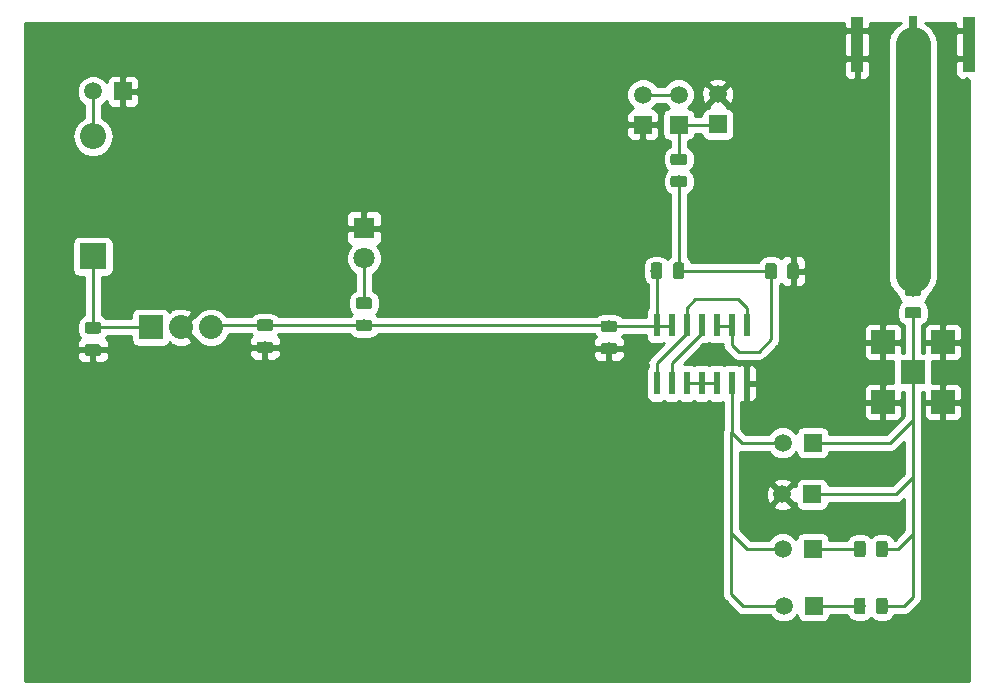
<source format=gtl>
G04 #@! TF.GenerationSoftware,KiCad,Pcbnew,(6.0.0-rc1-dev-305-gf0b8b21)*
G04 #@! TF.CreationDate,2018-11-28T21:02:02-08:00*
G04 #@! TF.ProjectId,EE173_Lab4,45453137335F4C6162342E6B69636164,rev?*
G04 #@! TF.SameCoordinates,Original*
G04 #@! TF.FileFunction,Copper,L1,Top,Signal*
G04 #@! TF.FilePolarity,Positive*
%FSLAX46Y46*%
G04 Gerber Fmt 4.6, Leading zero omitted, Abs format (unit mm)*
G04 Created by KiCad (PCBNEW (6.0.0-rc1-dev-305-gf0b8b21)) date Wednesday, November 28, 2018 at 09:02:02 PM*
%MOMM*%
%LPD*%
G01*
G04 APERTURE LIST*
G04 #@! TA.AperFunction,Conductor*
%ADD10C,0.100000*%
G04 #@! TD*
G04 #@! TA.AperFunction,SMDPad,CuDef*
%ADD11C,0.975000*%
G04 #@! TD*
G04 #@! TA.AperFunction,ComponentPad*
%ADD12R,2.200000X2.200000*%
G04 #@! TD*
G04 #@! TA.AperFunction,ComponentPad*
%ADD13O,2.200000X2.200000*%
G04 #@! TD*
G04 #@! TA.AperFunction,ComponentPad*
%ADD14R,1.800000X1.800000*%
G04 #@! TD*
G04 #@! TA.AperFunction,ComponentPad*
%ADD15C,1.800000*%
G04 #@! TD*
G04 #@! TA.AperFunction,ComponentPad*
%ADD16C,1.500000*%
G04 #@! TD*
G04 #@! TA.AperFunction,ComponentPad*
%ADD17R,1.500000X1.500000*%
G04 #@! TD*
G04 #@! TA.AperFunction,ComponentPad*
%ADD18R,1.993900X1.993900*%
G04 #@! TD*
G04 #@! TA.AperFunction,SMDPad,CuDef*
%ADD19R,0.698500X4.724400*%
G04 #@! TD*
G04 #@! TA.AperFunction,ComponentPad*
%ADD20R,0.977900X2.362200*%
G04 #@! TD*
G04 #@! TA.AperFunction,ComponentPad*
%ADD21C,2.032000*%
G04 #@! TD*
G04 #@! TA.AperFunction,ComponentPad*
%ADD22R,2.032000X2.032000*%
G04 #@! TD*
G04 #@! TA.AperFunction,SMDPad,CuDef*
%ADD23R,0.558800X1.981200*%
G04 #@! TD*
G04 #@! TA.AperFunction,ViaPad*
%ADD24C,0.889000*%
G04 #@! TD*
G04 #@! TA.AperFunction,Conductor*
%ADD25C,0.250000*%
G04 #@! TD*
G04 #@! TA.AperFunction,Conductor*
%ADD26C,2.947873*%
G04 #@! TD*
G04 #@! TA.AperFunction,Conductor*
%ADD27C,0.254000*%
G04 #@! TD*
G04 APERTURE END LIST*
D10*
G04 #@! TO.N,Net-(C1-Pad1)*
G04 #@! TO.C,C1*
G36*
X240065642Y-46249674D02*
X240089303Y-46253184D01*
X240112507Y-46258996D01*
X240135029Y-46267054D01*
X240156653Y-46277282D01*
X240177170Y-46289579D01*
X240196383Y-46303829D01*
X240214107Y-46319893D01*
X240230171Y-46337617D01*
X240244421Y-46356830D01*
X240256718Y-46377347D01*
X240266946Y-46398971D01*
X240275004Y-46421493D01*
X240280816Y-46444697D01*
X240284326Y-46468358D01*
X240285500Y-46492250D01*
X240285500Y-46979750D01*
X240284326Y-47003642D01*
X240280816Y-47027303D01*
X240275004Y-47050507D01*
X240266946Y-47073029D01*
X240256718Y-47094653D01*
X240244421Y-47115170D01*
X240230171Y-47134383D01*
X240214107Y-47152107D01*
X240196383Y-47168171D01*
X240177170Y-47182421D01*
X240156653Y-47194718D01*
X240135029Y-47204946D01*
X240112507Y-47213004D01*
X240089303Y-47218816D01*
X240065642Y-47222326D01*
X240041750Y-47223500D01*
X239129250Y-47223500D01*
X239105358Y-47222326D01*
X239081697Y-47218816D01*
X239058493Y-47213004D01*
X239035971Y-47204946D01*
X239014347Y-47194718D01*
X238993830Y-47182421D01*
X238974617Y-47168171D01*
X238956893Y-47152107D01*
X238940829Y-47134383D01*
X238926579Y-47115170D01*
X238914282Y-47094653D01*
X238904054Y-47073029D01*
X238895996Y-47050507D01*
X238890184Y-47027303D01*
X238886674Y-47003642D01*
X238885500Y-46979750D01*
X238885500Y-46492250D01*
X238886674Y-46468358D01*
X238890184Y-46444697D01*
X238895996Y-46421493D01*
X238904054Y-46398971D01*
X238914282Y-46377347D01*
X238926579Y-46356830D01*
X238940829Y-46337617D01*
X238956893Y-46319893D01*
X238974617Y-46303829D01*
X238993830Y-46289579D01*
X239014347Y-46277282D01*
X239035971Y-46267054D01*
X239058493Y-46258996D01*
X239081697Y-46253184D01*
X239105358Y-46249674D01*
X239129250Y-46248500D01*
X240041750Y-46248500D01*
X240065642Y-46249674D01*
X240065642Y-46249674D01*
G37*
D11*
G04 #@! TD*
G04 #@! TO.P,C1,1*
G04 #@! TO.N,Net-(C1-Pad1)*
X239585500Y-46736000D03*
D10*
G04 #@! TO.N,Net-(C1-Pad2)*
G04 #@! TO.C,C1*
G36*
X240065642Y-44374674D02*
X240089303Y-44378184D01*
X240112507Y-44383996D01*
X240135029Y-44392054D01*
X240156653Y-44402282D01*
X240177170Y-44414579D01*
X240196383Y-44428829D01*
X240214107Y-44444893D01*
X240230171Y-44462617D01*
X240244421Y-44481830D01*
X240256718Y-44502347D01*
X240266946Y-44523971D01*
X240275004Y-44546493D01*
X240280816Y-44569697D01*
X240284326Y-44593358D01*
X240285500Y-44617250D01*
X240285500Y-45104750D01*
X240284326Y-45128642D01*
X240280816Y-45152303D01*
X240275004Y-45175507D01*
X240266946Y-45198029D01*
X240256718Y-45219653D01*
X240244421Y-45240170D01*
X240230171Y-45259383D01*
X240214107Y-45277107D01*
X240196383Y-45293171D01*
X240177170Y-45307421D01*
X240156653Y-45319718D01*
X240135029Y-45329946D01*
X240112507Y-45338004D01*
X240089303Y-45343816D01*
X240065642Y-45347326D01*
X240041750Y-45348500D01*
X239129250Y-45348500D01*
X239105358Y-45347326D01*
X239081697Y-45343816D01*
X239058493Y-45338004D01*
X239035971Y-45329946D01*
X239014347Y-45319718D01*
X238993830Y-45307421D01*
X238974617Y-45293171D01*
X238956893Y-45277107D01*
X238940829Y-45259383D01*
X238926579Y-45240170D01*
X238914282Y-45219653D01*
X238904054Y-45198029D01*
X238895996Y-45175507D01*
X238890184Y-45152303D01*
X238886674Y-45128642D01*
X238885500Y-45104750D01*
X238885500Y-44617250D01*
X238886674Y-44593358D01*
X238890184Y-44569697D01*
X238895996Y-44546493D01*
X238904054Y-44523971D01*
X238914282Y-44502347D01*
X238926579Y-44481830D01*
X238940829Y-44462617D01*
X238956893Y-44444893D01*
X238974617Y-44428829D01*
X238993830Y-44414579D01*
X239014347Y-44402282D01*
X239035971Y-44392054D01*
X239058493Y-44383996D01*
X239081697Y-44378184D01*
X239105358Y-44374674D01*
X239129250Y-44373500D01*
X240041750Y-44373500D01*
X240065642Y-44374674D01*
X240065642Y-44374674D01*
G37*
D11*
G04 #@! TD*
G04 #@! TO.P,C1,2*
G04 #@! TO.N,Net-(C1-Pad2)*
X239585500Y-44861000D03*
D10*
G04 #@! TO.N,Net-(C2-Pad2)*
G04 #@! TO.C,C2*
G36*
X190472142Y-58647174D02*
X190495803Y-58650684D01*
X190519007Y-58656496D01*
X190541529Y-58664554D01*
X190563153Y-58674782D01*
X190583670Y-58687079D01*
X190602883Y-58701329D01*
X190620607Y-58717393D01*
X190636671Y-58735117D01*
X190650921Y-58754330D01*
X190663218Y-58774847D01*
X190673446Y-58796471D01*
X190681504Y-58818993D01*
X190687316Y-58842197D01*
X190690826Y-58865858D01*
X190692000Y-58889750D01*
X190692000Y-59377250D01*
X190690826Y-59401142D01*
X190687316Y-59424803D01*
X190681504Y-59448007D01*
X190673446Y-59470529D01*
X190663218Y-59492153D01*
X190650921Y-59512670D01*
X190636671Y-59531883D01*
X190620607Y-59549607D01*
X190602883Y-59565671D01*
X190583670Y-59579921D01*
X190563153Y-59592218D01*
X190541529Y-59602446D01*
X190519007Y-59610504D01*
X190495803Y-59616316D01*
X190472142Y-59619826D01*
X190448250Y-59621000D01*
X189535750Y-59621000D01*
X189511858Y-59619826D01*
X189488197Y-59616316D01*
X189464993Y-59610504D01*
X189442471Y-59602446D01*
X189420847Y-59592218D01*
X189400330Y-59579921D01*
X189381117Y-59565671D01*
X189363393Y-59549607D01*
X189347329Y-59531883D01*
X189333079Y-59512670D01*
X189320782Y-59492153D01*
X189310554Y-59470529D01*
X189302496Y-59448007D01*
X189296684Y-59424803D01*
X189293174Y-59401142D01*
X189292000Y-59377250D01*
X189292000Y-58889750D01*
X189293174Y-58865858D01*
X189296684Y-58842197D01*
X189302496Y-58818993D01*
X189310554Y-58796471D01*
X189320782Y-58774847D01*
X189333079Y-58754330D01*
X189347329Y-58735117D01*
X189363393Y-58717393D01*
X189381117Y-58701329D01*
X189400330Y-58687079D01*
X189420847Y-58674782D01*
X189442471Y-58664554D01*
X189464993Y-58656496D01*
X189488197Y-58650684D01*
X189511858Y-58647174D01*
X189535750Y-58646000D01*
X190448250Y-58646000D01*
X190472142Y-58647174D01*
X190472142Y-58647174D01*
G37*
D11*
G04 #@! TD*
G04 #@! TO.P,C2,2*
G04 #@! TO.N,Net-(C2-Pad2)*
X189992000Y-59133500D03*
D10*
G04 #@! TO.N,GND*
G04 #@! TO.C,C2*
G36*
X190472142Y-60522174D02*
X190495803Y-60525684D01*
X190519007Y-60531496D01*
X190541529Y-60539554D01*
X190563153Y-60549782D01*
X190583670Y-60562079D01*
X190602883Y-60576329D01*
X190620607Y-60592393D01*
X190636671Y-60610117D01*
X190650921Y-60629330D01*
X190663218Y-60649847D01*
X190673446Y-60671471D01*
X190681504Y-60693993D01*
X190687316Y-60717197D01*
X190690826Y-60740858D01*
X190692000Y-60764750D01*
X190692000Y-61252250D01*
X190690826Y-61276142D01*
X190687316Y-61299803D01*
X190681504Y-61323007D01*
X190673446Y-61345529D01*
X190663218Y-61367153D01*
X190650921Y-61387670D01*
X190636671Y-61406883D01*
X190620607Y-61424607D01*
X190602883Y-61440671D01*
X190583670Y-61454921D01*
X190563153Y-61467218D01*
X190541529Y-61477446D01*
X190519007Y-61485504D01*
X190495803Y-61491316D01*
X190472142Y-61494826D01*
X190448250Y-61496000D01*
X189535750Y-61496000D01*
X189511858Y-61494826D01*
X189488197Y-61491316D01*
X189464993Y-61485504D01*
X189442471Y-61477446D01*
X189420847Y-61467218D01*
X189400330Y-61454921D01*
X189381117Y-61440671D01*
X189363393Y-61424607D01*
X189347329Y-61406883D01*
X189333079Y-61387670D01*
X189320782Y-61367153D01*
X189310554Y-61345529D01*
X189302496Y-61323007D01*
X189296684Y-61299803D01*
X189293174Y-61276142D01*
X189292000Y-61252250D01*
X189292000Y-60764750D01*
X189293174Y-60740858D01*
X189296684Y-60717197D01*
X189302496Y-60693993D01*
X189310554Y-60671471D01*
X189320782Y-60649847D01*
X189333079Y-60629330D01*
X189347329Y-60610117D01*
X189363393Y-60592393D01*
X189381117Y-60576329D01*
X189400330Y-60562079D01*
X189420847Y-60549782D01*
X189442471Y-60539554D01*
X189464993Y-60531496D01*
X189488197Y-60525684D01*
X189511858Y-60522174D01*
X189535750Y-60521000D01*
X190448250Y-60521000D01*
X190472142Y-60522174D01*
X190472142Y-60522174D01*
G37*
D11*
G04 #@! TD*
G04 #@! TO.P,C2,1*
G04 #@! TO.N,GND*
X189992000Y-61008500D03*
D10*
G04 #@! TO.N,GND*
G04 #@! TO.C,C3*
G36*
X205036146Y-60293168D02*
X205059807Y-60296678D01*
X205083011Y-60302490D01*
X205105533Y-60310548D01*
X205127157Y-60320776D01*
X205147674Y-60333073D01*
X205166887Y-60347323D01*
X205184611Y-60363387D01*
X205200675Y-60381111D01*
X205214925Y-60400324D01*
X205227222Y-60420841D01*
X205237450Y-60442465D01*
X205245508Y-60464987D01*
X205251320Y-60488191D01*
X205254830Y-60511852D01*
X205256004Y-60535744D01*
X205256004Y-61023244D01*
X205254830Y-61047136D01*
X205251320Y-61070797D01*
X205245508Y-61094001D01*
X205237450Y-61116523D01*
X205227222Y-61138147D01*
X205214925Y-61158664D01*
X205200675Y-61177877D01*
X205184611Y-61195601D01*
X205166887Y-61211665D01*
X205147674Y-61225915D01*
X205127157Y-61238212D01*
X205105533Y-61248440D01*
X205083011Y-61256498D01*
X205059807Y-61262310D01*
X205036146Y-61265820D01*
X205012254Y-61266994D01*
X204099754Y-61266994D01*
X204075862Y-61265820D01*
X204052201Y-61262310D01*
X204028997Y-61256498D01*
X204006475Y-61248440D01*
X203984851Y-61238212D01*
X203964334Y-61225915D01*
X203945121Y-61211665D01*
X203927397Y-61195601D01*
X203911333Y-61177877D01*
X203897083Y-61158664D01*
X203884786Y-61138147D01*
X203874558Y-61116523D01*
X203866500Y-61094001D01*
X203860688Y-61070797D01*
X203857178Y-61047136D01*
X203856004Y-61023244D01*
X203856004Y-60535744D01*
X203857178Y-60511852D01*
X203860688Y-60488191D01*
X203866500Y-60464987D01*
X203874558Y-60442465D01*
X203884786Y-60420841D01*
X203897083Y-60400324D01*
X203911333Y-60381111D01*
X203927397Y-60363387D01*
X203945121Y-60347323D01*
X203964334Y-60333073D01*
X203984851Y-60320776D01*
X204006475Y-60310548D01*
X204028997Y-60302490D01*
X204052201Y-60296678D01*
X204075862Y-60293168D01*
X204099754Y-60291994D01*
X205012254Y-60291994D01*
X205036146Y-60293168D01*
X205036146Y-60293168D01*
G37*
D11*
G04 #@! TD*
G04 #@! TO.P,C3,1*
G04 #@! TO.N,GND*
X204556004Y-60779494D03*
D10*
G04 #@! TO.N,+6V*
G04 #@! TO.C,C3*
G36*
X205036146Y-58418168D02*
X205059807Y-58421678D01*
X205083011Y-58427490D01*
X205105533Y-58435548D01*
X205127157Y-58445776D01*
X205147674Y-58458073D01*
X205166887Y-58472323D01*
X205184611Y-58488387D01*
X205200675Y-58506111D01*
X205214925Y-58525324D01*
X205227222Y-58545841D01*
X205237450Y-58567465D01*
X205245508Y-58589987D01*
X205251320Y-58613191D01*
X205254830Y-58636852D01*
X205256004Y-58660744D01*
X205256004Y-59148244D01*
X205254830Y-59172136D01*
X205251320Y-59195797D01*
X205245508Y-59219001D01*
X205237450Y-59241523D01*
X205227222Y-59263147D01*
X205214925Y-59283664D01*
X205200675Y-59302877D01*
X205184611Y-59320601D01*
X205166887Y-59336665D01*
X205147674Y-59350915D01*
X205127157Y-59363212D01*
X205105533Y-59373440D01*
X205083011Y-59381498D01*
X205059807Y-59387310D01*
X205036146Y-59390820D01*
X205012254Y-59391994D01*
X204099754Y-59391994D01*
X204075862Y-59390820D01*
X204052201Y-59387310D01*
X204028997Y-59381498D01*
X204006475Y-59373440D01*
X203984851Y-59363212D01*
X203964334Y-59350915D01*
X203945121Y-59336665D01*
X203927397Y-59320601D01*
X203911333Y-59302877D01*
X203897083Y-59283664D01*
X203884786Y-59263147D01*
X203874558Y-59241523D01*
X203866500Y-59219001D01*
X203860688Y-59195797D01*
X203857178Y-59172136D01*
X203856004Y-59148244D01*
X203856004Y-58660744D01*
X203857178Y-58636852D01*
X203860688Y-58613191D01*
X203866500Y-58589987D01*
X203874558Y-58567465D01*
X203884786Y-58545841D01*
X203897083Y-58525324D01*
X203911333Y-58506111D01*
X203927397Y-58488387D01*
X203945121Y-58472323D01*
X203964334Y-58458073D01*
X203984851Y-58445776D01*
X204006475Y-58435548D01*
X204028997Y-58427490D01*
X204052201Y-58421678D01*
X204075862Y-58418168D01*
X204099754Y-58416994D01*
X205012254Y-58416994D01*
X205036146Y-58418168D01*
X205036146Y-58418168D01*
G37*
D11*
G04 #@! TD*
G04 #@! TO.P,C3,2*
G04 #@! TO.N,+6V*
X204556004Y-58904494D03*
D10*
G04 #@! TO.N,+6V*
G04 #@! TO.C,C4*
G36*
X234160142Y-58520174D02*
X234183803Y-58523684D01*
X234207007Y-58529496D01*
X234229529Y-58537554D01*
X234251153Y-58547782D01*
X234271670Y-58560079D01*
X234290883Y-58574329D01*
X234308607Y-58590393D01*
X234324671Y-58608117D01*
X234338921Y-58627330D01*
X234351218Y-58647847D01*
X234361446Y-58669471D01*
X234369504Y-58691993D01*
X234375316Y-58715197D01*
X234378826Y-58738858D01*
X234380000Y-58762750D01*
X234380000Y-59250250D01*
X234378826Y-59274142D01*
X234375316Y-59297803D01*
X234369504Y-59321007D01*
X234361446Y-59343529D01*
X234351218Y-59365153D01*
X234338921Y-59385670D01*
X234324671Y-59404883D01*
X234308607Y-59422607D01*
X234290883Y-59438671D01*
X234271670Y-59452921D01*
X234251153Y-59465218D01*
X234229529Y-59475446D01*
X234207007Y-59483504D01*
X234183803Y-59489316D01*
X234160142Y-59492826D01*
X234136250Y-59494000D01*
X233223750Y-59494000D01*
X233199858Y-59492826D01*
X233176197Y-59489316D01*
X233152993Y-59483504D01*
X233130471Y-59475446D01*
X233108847Y-59465218D01*
X233088330Y-59452921D01*
X233069117Y-59438671D01*
X233051393Y-59422607D01*
X233035329Y-59404883D01*
X233021079Y-59385670D01*
X233008782Y-59365153D01*
X232998554Y-59343529D01*
X232990496Y-59321007D01*
X232984684Y-59297803D01*
X232981174Y-59274142D01*
X232980000Y-59250250D01*
X232980000Y-58762750D01*
X232981174Y-58738858D01*
X232984684Y-58715197D01*
X232990496Y-58691993D01*
X232998554Y-58669471D01*
X233008782Y-58647847D01*
X233021079Y-58627330D01*
X233035329Y-58608117D01*
X233051393Y-58590393D01*
X233069117Y-58574329D01*
X233088330Y-58560079D01*
X233108847Y-58547782D01*
X233130471Y-58537554D01*
X233152993Y-58529496D01*
X233176197Y-58523684D01*
X233199858Y-58520174D01*
X233223750Y-58519000D01*
X234136250Y-58519000D01*
X234160142Y-58520174D01*
X234160142Y-58520174D01*
G37*
D11*
G04 #@! TD*
G04 #@! TO.P,C4,2*
G04 #@! TO.N,+6V*
X233680000Y-59006500D03*
D10*
G04 #@! TO.N,GND*
G04 #@! TO.C,C4*
G36*
X234160142Y-60395174D02*
X234183803Y-60398684D01*
X234207007Y-60404496D01*
X234229529Y-60412554D01*
X234251153Y-60422782D01*
X234271670Y-60435079D01*
X234290883Y-60449329D01*
X234308607Y-60465393D01*
X234324671Y-60483117D01*
X234338921Y-60502330D01*
X234351218Y-60522847D01*
X234361446Y-60544471D01*
X234369504Y-60566993D01*
X234375316Y-60590197D01*
X234378826Y-60613858D01*
X234380000Y-60637750D01*
X234380000Y-61125250D01*
X234378826Y-61149142D01*
X234375316Y-61172803D01*
X234369504Y-61196007D01*
X234361446Y-61218529D01*
X234351218Y-61240153D01*
X234338921Y-61260670D01*
X234324671Y-61279883D01*
X234308607Y-61297607D01*
X234290883Y-61313671D01*
X234271670Y-61327921D01*
X234251153Y-61340218D01*
X234229529Y-61350446D01*
X234207007Y-61358504D01*
X234183803Y-61364316D01*
X234160142Y-61367826D01*
X234136250Y-61369000D01*
X233223750Y-61369000D01*
X233199858Y-61367826D01*
X233176197Y-61364316D01*
X233152993Y-61358504D01*
X233130471Y-61350446D01*
X233108847Y-61340218D01*
X233088330Y-61327921D01*
X233069117Y-61313671D01*
X233051393Y-61297607D01*
X233035329Y-61279883D01*
X233021079Y-61260670D01*
X233008782Y-61240153D01*
X232998554Y-61218529D01*
X232990496Y-61196007D01*
X232984684Y-61172803D01*
X232981174Y-61149142D01*
X232980000Y-61125250D01*
X232980000Y-60637750D01*
X232981174Y-60613858D01*
X232984684Y-60590197D01*
X232990496Y-60566993D01*
X232998554Y-60544471D01*
X233008782Y-60522847D01*
X233021079Y-60502330D01*
X233035329Y-60483117D01*
X233051393Y-60465393D01*
X233069117Y-60449329D01*
X233088330Y-60435079D01*
X233108847Y-60422782D01*
X233130471Y-60412554D01*
X233152993Y-60404496D01*
X233176197Y-60398684D01*
X233199858Y-60395174D01*
X233223750Y-60394000D01*
X234136250Y-60394000D01*
X234160142Y-60395174D01*
X234160142Y-60395174D01*
G37*
D11*
G04 #@! TD*
G04 #@! TO.P,C4,1*
G04 #@! TO.N,GND*
X233680000Y-60881500D03*
D12*
G04 #@! TO.P,D1,1*
G04 #@! TO.N,Net-(C2-Pad2)*
X189992000Y-53086000D03*
D13*
G04 #@! TO.P,D1,2*
G04 #@! TO.N,Net-(D1-Pad2)*
X189992000Y-42926000D03*
G04 #@! TD*
D14*
G04 #@! TO.P,D2,1*
G04 #@! TO.N,GND*
X212938004Y-50697994D03*
D15*
G04 #@! TO.P,D2,2*
G04 #@! TO.N,Net-(D2-Pad2)*
X212938004Y-53237994D03*
G04 #@! TD*
D16*
G04 #@! TO.P,J1,1*
G04 #@! TO.N,Net-(J1-Pad1)*
X236550200Y-39395400D03*
D17*
G04 #@! TO.P,J1,2*
G04 #@! TO.N,GND*
X236550200Y-41935400D03*
G04 #@! TD*
G04 #@! TO.P,J2,2*
G04 #@! TO.N,GND*
X192532000Y-39116000D03*
D16*
G04 #@! TO.P,J2,1*
G04 #@! TO.N,Net-(D1-Pad2)*
X189992000Y-39116000D03*
G04 #@! TD*
D18*
G04 #@! TO.P,J3,2*
G04 #@! TO.N,GND*
X261960000Y-60350000D03*
X261960000Y-65430000D03*
X256880000Y-60350000D03*
X256880000Y-65430000D03*
G04 #@! TO.P,J3,1*
G04 #@! TO.N,Net-(J3-Pad1)*
X259420000Y-62890000D03*
G04 #@! TD*
D19*
G04 #@! TO.P,J4,1*
G04 #@! TO.N,Net-(J4-Pad1)*
X259420360Y-35140900D03*
D20*
G04 #@! TO.P,J4,2*
G04 #@! TO.N,GND*
X264151110Y-36322000D03*
X264151110Y-33959800D03*
X254689610Y-36322000D03*
X254689610Y-33959800D03*
G04 #@! TD*
D16*
G04 #@! TO.P,JP1,1*
G04 #@! TO.N,Net-(J1-Pad1)*
X239585500Y-39382700D03*
D17*
G04 #@! TO.P,JP1,2*
G04 #@! TO.N,Net-(C1-Pad2)*
X239585500Y-41922700D03*
G04 #@! TD*
G04 #@! TO.P,JP2,2*
G04 #@! TO.N,Net-(C1-Pad2)*
X242900200Y-41910000D03*
D16*
G04 #@! TO.P,JP2,1*
G04 #@! TO.N,GND*
X242900200Y-39370000D03*
G04 #@! TD*
G04 #@! TO.P,JP3,1*
G04 #@! TO.N,GND*
X248350000Y-73230000D03*
D17*
G04 #@! TO.P,JP3,2*
G04 #@! TO.N,Net-(J3-Pad1)*
X250890000Y-73230000D03*
G04 #@! TD*
G04 #@! TO.P,JP4,2*
G04 #@! TO.N,Net-(JP4-Pad2)*
X250940000Y-77830000D03*
D16*
G04 #@! TO.P,JP4,1*
G04 #@! TO.N,Net-(JP4-Pad1)*
X248400000Y-77830000D03*
G04 #@! TD*
G04 #@! TO.P,JP5,1*
G04 #@! TO.N,Net-(JP4-Pad1)*
X248470000Y-82660000D03*
D17*
G04 #@! TO.P,JP5,2*
G04 #@! TO.N,Net-(JP5-Pad2)*
X251010000Y-82660000D03*
G04 #@! TD*
G04 #@! TO.P,JP6,2*
G04 #@! TO.N,Net-(J3-Pad1)*
X250930000Y-68860000D03*
D16*
G04 #@! TO.P,JP6,1*
G04 #@! TO.N,Net-(JP4-Pad1)*
X248390000Y-68860000D03*
G04 #@! TD*
D10*
G04 #@! TO.N,Net-(C1-Pad1)*
G04 #@! TO.C,R1*
G36*
X239853142Y-53593674D02*
X239876803Y-53597184D01*
X239900007Y-53602996D01*
X239922529Y-53611054D01*
X239944153Y-53621282D01*
X239964670Y-53633579D01*
X239983883Y-53647829D01*
X240001607Y-53663893D01*
X240017671Y-53681617D01*
X240031921Y-53700830D01*
X240044218Y-53721347D01*
X240054446Y-53742971D01*
X240062504Y-53765493D01*
X240068316Y-53788697D01*
X240071826Y-53812358D01*
X240073000Y-53836250D01*
X240073000Y-54748750D01*
X240071826Y-54772642D01*
X240068316Y-54796303D01*
X240062504Y-54819507D01*
X240054446Y-54842029D01*
X240044218Y-54863653D01*
X240031921Y-54884170D01*
X240017671Y-54903383D01*
X240001607Y-54921107D01*
X239983883Y-54937171D01*
X239964670Y-54951421D01*
X239944153Y-54963718D01*
X239922529Y-54973946D01*
X239900007Y-54982004D01*
X239876803Y-54987816D01*
X239853142Y-54991326D01*
X239829250Y-54992500D01*
X239341750Y-54992500D01*
X239317858Y-54991326D01*
X239294197Y-54987816D01*
X239270993Y-54982004D01*
X239248471Y-54973946D01*
X239226847Y-54963718D01*
X239206330Y-54951421D01*
X239187117Y-54937171D01*
X239169393Y-54921107D01*
X239153329Y-54903383D01*
X239139079Y-54884170D01*
X239126782Y-54863653D01*
X239116554Y-54842029D01*
X239108496Y-54819507D01*
X239102684Y-54796303D01*
X239099174Y-54772642D01*
X239098000Y-54748750D01*
X239098000Y-53836250D01*
X239099174Y-53812358D01*
X239102684Y-53788697D01*
X239108496Y-53765493D01*
X239116554Y-53742971D01*
X239126782Y-53721347D01*
X239139079Y-53700830D01*
X239153329Y-53681617D01*
X239169393Y-53663893D01*
X239187117Y-53647829D01*
X239206330Y-53633579D01*
X239226847Y-53621282D01*
X239248471Y-53611054D01*
X239270993Y-53602996D01*
X239294197Y-53597184D01*
X239317858Y-53593674D01*
X239341750Y-53592500D01*
X239829250Y-53592500D01*
X239853142Y-53593674D01*
X239853142Y-53593674D01*
G37*
D11*
G04 #@! TD*
G04 #@! TO.P,R1,2*
G04 #@! TO.N,Net-(C1-Pad1)*
X239585500Y-54292500D03*
D10*
G04 #@! TO.N,+6V*
G04 #@! TO.C,R1*
G36*
X237978142Y-53593674D02*
X238001803Y-53597184D01*
X238025007Y-53602996D01*
X238047529Y-53611054D01*
X238069153Y-53621282D01*
X238089670Y-53633579D01*
X238108883Y-53647829D01*
X238126607Y-53663893D01*
X238142671Y-53681617D01*
X238156921Y-53700830D01*
X238169218Y-53721347D01*
X238179446Y-53742971D01*
X238187504Y-53765493D01*
X238193316Y-53788697D01*
X238196826Y-53812358D01*
X238198000Y-53836250D01*
X238198000Y-54748750D01*
X238196826Y-54772642D01*
X238193316Y-54796303D01*
X238187504Y-54819507D01*
X238179446Y-54842029D01*
X238169218Y-54863653D01*
X238156921Y-54884170D01*
X238142671Y-54903383D01*
X238126607Y-54921107D01*
X238108883Y-54937171D01*
X238089670Y-54951421D01*
X238069153Y-54963718D01*
X238047529Y-54973946D01*
X238025007Y-54982004D01*
X238001803Y-54987816D01*
X237978142Y-54991326D01*
X237954250Y-54992500D01*
X237466750Y-54992500D01*
X237442858Y-54991326D01*
X237419197Y-54987816D01*
X237395993Y-54982004D01*
X237373471Y-54973946D01*
X237351847Y-54963718D01*
X237331330Y-54951421D01*
X237312117Y-54937171D01*
X237294393Y-54921107D01*
X237278329Y-54903383D01*
X237264079Y-54884170D01*
X237251782Y-54863653D01*
X237241554Y-54842029D01*
X237233496Y-54819507D01*
X237227684Y-54796303D01*
X237224174Y-54772642D01*
X237223000Y-54748750D01*
X237223000Y-53836250D01*
X237224174Y-53812358D01*
X237227684Y-53788697D01*
X237233496Y-53765493D01*
X237241554Y-53742971D01*
X237251782Y-53721347D01*
X237264079Y-53700830D01*
X237278329Y-53681617D01*
X237294393Y-53663893D01*
X237312117Y-53647829D01*
X237331330Y-53633579D01*
X237351847Y-53621282D01*
X237373471Y-53611054D01*
X237395993Y-53602996D01*
X237419197Y-53597184D01*
X237442858Y-53593674D01*
X237466750Y-53592500D01*
X237954250Y-53592500D01*
X237978142Y-53593674D01*
X237978142Y-53593674D01*
G37*
D11*
G04 #@! TD*
G04 #@! TO.P,R1,1*
G04 #@! TO.N,+6V*
X237710500Y-54292500D03*
D10*
G04 #@! TO.N,Net-(C1-Pad1)*
G04 #@! TO.C,R2*
G36*
X247668242Y-53631774D02*
X247691903Y-53635284D01*
X247715107Y-53641096D01*
X247737629Y-53649154D01*
X247759253Y-53659382D01*
X247779770Y-53671679D01*
X247798983Y-53685929D01*
X247816707Y-53701993D01*
X247832771Y-53719717D01*
X247847021Y-53738930D01*
X247859318Y-53759447D01*
X247869546Y-53781071D01*
X247877604Y-53803593D01*
X247883416Y-53826797D01*
X247886926Y-53850458D01*
X247888100Y-53874350D01*
X247888100Y-54786850D01*
X247886926Y-54810742D01*
X247883416Y-54834403D01*
X247877604Y-54857607D01*
X247869546Y-54880129D01*
X247859318Y-54901753D01*
X247847021Y-54922270D01*
X247832771Y-54941483D01*
X247816707Y-54959207D01*
X247798983Y-54975271D01*
X247779770Y-54989521D01*
X247759253Y-55001818D01*
X247737629Y-55012046D01*
X247715107Y-55020104D01*
X247691903Y-55025916D01*
X247668242Y-55029426D01*
X247644350Y-55030600D01*
X247156850Y-55030600D01*
X247132958Y-55029426D01*
X247109297Y-55025916D01*
X247086093Y-55020104D01*
X247063571Y-55012046D01*
X247041947Y-55001818D01*
X247021430Y-54989521D01*
X247002217Y-54975271D01*
X246984493Y-54959207D01*
X246968429Y-54941483D01*
X246954179Y-54922270D01*
X246941882Y-54901753D01*
X246931654Y-54880129D01*
X246923596Y-54857607D01*
X246917784Y-54834403D01*
X246914274Y-54810742D01*
X246913100Y-54786850D01*
X246913100Y-53874350D01*
X246914274Y-53850458D01*
X246917784Y-53826797D01*
X246923596Y-53803593D01*
X246931654Y-53781071D01*
X246941882Y-53759447D01*
X246954179Y-53738930D01*
X246968429Y-53719717D01*
X246984493Y-53701993D01*
X247002217Y-53685929D01*
X247021430Y-53671679D01*
X247041947Y-53659382D01*
X247063571Y-53649154D01*
X247086093Y-53641096D01*
X247109297Y-53635284D01*
X247132958Y-53631774D01*
X247156850Y-53630600D01*
X247644350Y-53630600D01*
X247668242Y-53631774D01*
X247668242Y-53631774D01*
G37*
D11*
G04 #@! TD*
G04 #@! TO.P,R2,1*
G04 #@! TO.N,Net-(C1-Pad1)*
X247400600Y-54330600D03*
D10*
G04 #@! TO.N,GND*
G04 #@! TO.C,R2*
G36*
X249543242Y-53631774D02*
X249566903Y-53635284D01*
X249590107Y-53641096D01*
X249612629Y-53649154D01*
X249634253Y-53659382D01*
X249654770Y-53671679D01*
X249673983Y-53685929D01*
X249691707Y-53701993D01*
X249707771Y-53719717D01*
X249722021Y-53738930D01*
X249734318Y-53759447D01*
X249744546Y-53781071D01*
X249752604Y-53803593D01*
X249758416Y-53826797D01*
X249761926Y-53850458D01*
X249763100Y-53874350D01*
X249763100Y-54786850D01*
X249761926Y-54810742D01*
X249758416Y-54834403D01*
X249752604Y-54857607D01*
X249744546Y-54880129D01*
X249734318Y-54901753D01*
X249722021Y-54922270D01*
X249707771Y-54941483D01*
X249691707Y-54959207D01*
X249673983Y-54975271D01*
X249654770Y-54989521D01*
X249634253Y-55001818D01*
X249612629Y-55012046D01*
X249590107Y-55020104D01*
X249566903Y-55025916D01*
X249543242Y-55029426D01*
X249519350Y-55030600D01*
X249031850Y-55030600D01*
X249007958Y-55029426D01*
X248984297Y-55025916D01*
X248961093Y-55020104D01*
X248938571Y-55012046D01*
X248916947Y-55001818D01*
X248896430Y-54989521D01*
X248877217Y-54975271D01*
X248859493Y-54959207D01*
X248843429Y-54941483D01*
X248829179Y-54922270D01*
X248816882Y-54901753D01*
X248806654Y-54880129D01*
X248798596Y-54857607D01*
X248792784Y-54834403D01*
X248789274Y-54810742D01*
X248788100Y-54786850D01*
X248788100Y-53874350D01*
X248789274Y-53850458D01*
X248792784Y-53826797D01*
X248798596Y-53803593D01*
X248806654Y-53781071D01*
X248816882Y-53759447D01*
X248829179Y-53738930D01*
X248843429Y-53719717D01*
X248859493Y-53701993D01*
X248877217Y-53685929D01*
X248896430Y-53671679D01*
X248916947Y-53659382D01*
X248938571Y-53649154D01*
X248961093Y-53641096D01*
X248984297Y-53635284D01*
X249007958Y-53631774D01*
X249031850Y-53630600D01*
X249519350Y-53630600D01*
X249543242Y-53631774D01*
X249543242Y-53631774D01*
G37*
D11*
G04 #@! TD*
G04 #@! TO.P,R2,2*
G04 #@! TO.N,GND*
X249275600Y-54330600D03*
D10*
G04 #@! TO.N,+6V*
G04 #@! TO.C,R3*
G36*
X213418146Y-58436668D02*
X213441807Y-58440178D01*
X213465011Y-58445990D01*
X213487533Y-58454048D01*
X213509157Y-58464276D01*
X213529674Y-58476573D01*
X213548887Y-58490823D01*
X213566611Y-58506887D01*
X213582675Y-58524611D01*
X213596925Y-58543824D01*
X213609222Y-58564341D01*
X213619450Y-58585965D01*
X213627508Y-58608487D01*
X213633320Y-58631691D01*
X213636830Y-58655352D01*
X213638004Y-58679244D01*
X213638004Y-59166744D01*
X213636830Y-59190636D01*
X213633320Y-59214297D01*
X213627508Y-59237501D01*
X213619450Y-59260023D01*
X213609222Y-59281647D01*
X213596925Y-59302164D01*
X213582675Y-59321377D01*
X213566611Y-59339101D01*
X213548887Y-59355165D01*
X213529674Y-59369415D01*
X213509157Y-59381712D01*
X213487533Y-59391940D01*
X213465011Y-59399998D01*
X213441807Y-59405810D01*
X213418146Y-59409320D01*
X213394254Y-59410494D01*
X212481754Y-59410494D01*
X212457862Y-59409320D01*
X212434201Y-59405810D01*
X212410997Y-59399998D01*
X212388475Y-59391940D01*
X212366851Y-59381712D01*
X212346334Y-59369415D01*
X212327121Y-59355165D01*
X212309397Y-59339101D01*
X212293333Y-59321377D01*
X212279083Y-59302164D01*
X212266786Y-59281647D01*
X212256558Y-59260023D01*
X212248500Y-59237501D01*
X212242688Y-59214297D01*
X212239178Y-59190636D01*
X212238004Y-59166744D01*
X212238004Y-58679244D01*
X212239178Y-58655352D01*
X212242688Y-58631691D01*
X212248500Y-58608487D01*
X212256558Y-58585965D01*
X212266786Y-58564341D01*
X212279083Y-58543824D01*
X212293333Y-58524611D01*
X212309397Y-58506887D01*
X212327121Y-58490823D01*
X212346334Y-58476573D01*
X212366851Y-58464276D01*
X212388475Y-58454048D01*
X212410997Y-58445990D01*
X212434201Y-58440178D01*
X212457862Y-58436668D01*
X212481754Y-58435494D01*
X213394254Y-58435494D01*
X213418146Y-58436668D01*
X213418146Y-58436668D01*
G37*
D11*
G04 #@! TD*
G04 #@! TO.P,R3,2*
G04 #@! TO.N,+6V*
X212938004Y-58922994D03*
D10*
G04 #@! TO.N,Net-(D2-Pad2)*
G04 #@! TO.C,R3*
G36*
X213418146Y-56561668D02*
X213441807Y-56565178D01*
X213465011Y-56570990D01*
X213487533Y-56579048D01*
X213509157Y-56589276D01*
X213529674Y-56601573D01*
X213548887Y-56615823D01*
X213566611Y-56631887D01*
X213582675Y-56649611D01*
X213596925Y-56668824D01*
X213609222Y-56689341D01*
X213619450Y-56710965D01*
X213627508Y-56733487D01*
X213633320Y-56756691D01*
X213636830Y-56780352D01*
X213638004Y-56804244D01*
X213638004Y-57291744D01*
X213636830Y-57315636D01*
X213633320Y-57339297D01*
X213627508Y-57362501D01*
X213619450Y-57385023D01*
X213609222Y-57406647D01*
X213596925Y-57427164D01*
X213582675Y-57446377D01*
X213566611Y-57464101D01*
X213548887Y-57480165D01*
X213529674Y-57494415D01*
X213509157Y-57506712D01*
X213487533Y-57516940D01*
X213465011Y-57524998D01*
X213441807Y-57530810D01*
X213418146Y-57534320D01*
X213394254Y-57535494D01*
X212481754Y-57535494D01*
X212457862Y-57534320D01*
X212434201Y-57530810D01*
X212410997Y-57524998D01*
X212388475Y-57516940D01*
X212366851Y-57506712D01*
X212346334Y-57494415D01*
X212327121Y-57480165D01*
X212309397Y-57464101D01*
X212293333Y-57446377D01*
X212279083Y-57427164D01*
X212266786Y-57406647D01*
X212256558Y-57385023D01*
X212248500Y-57362501D01*
X212242688Y-57339297D01*
X212239178Y-57315636D01*
X212238004Y-57291744D01*
X212238004Y-56804244D01*
X212239178Y-56780352D01*
X212242688Y-56756691D01*
X212248500Y-56733487D01*
X212256558Y-56710965D01*
X212266786Y-56689341D01*
X212279083Y-56668824D01*
X212293333Y-56649611D01*
X212309397Y-56631887D01*
X212327121Y-56615823D01*
X212346334Y-56601573D01*
X212366851Y-56589276D01*
X212388475Y-56579048D01*
X212410997Y-56570990D01*
X212434201Y-56565178D01*
X212457862Y-56561668D01*
X212481754Y-56560494D01*
X213394254Y-56560494D01*
X213418146Y-56561668D01*
X213418146Y-56561668D01*
G37*
D11*
G04 #@! TD*
G04 #@! TO.P,R3,1*
G04 #@! TO.N,Net-(D2-Pad2)*
X212938004Y-57047994D03*
D10*
G04 #@! TO.N,Net-(J3-Pad1)*
G04 #@! TO.C,R5*
G36*
X257067642Y-77152174D02*
X257091303Y-77155684D01*
X257114507Y-77161496D01*
X257137029Y-77169554D01*
X257158653Y-77179782D01*
X257179170Y-77192079D01*
X257198383Y-77206329D01*
X257216107Y-77222393D01*
X257232171Y-77240117D01*
X257246421Y-77259330D01*
X257258718Y-77279847D01*
X257268946Y-77301471D01*
X257277004Y-77323993D01*
X257282816Y-77347197D01*
X257286326Y-77370858D01*
X257287500Y-77394750D01*
X257287500Y-78307250D01*
X257286326Y-78331142D01*
X257282816Y-78354803D01*
X257277004Y-78378007D01*
X257268946Y-78400529D01*
X257258718Y-78422153D01*
X257246421Y-78442670D01*
X257232171Y-78461883D01*
X257216107Y-78479607D01*
X257198383Y-78495671D01*
X257179170Y-78509921D01*
X257158653Y-78522218D01*
X257137029Y-78532446D01*
X257114507Y-78540504D01*
X257091303Y-78546316D01*
X257067642Y-78549826D01*
X257043750Y-78551000D01*
X256556250Y-78551000D01*
X256532358Y-78549826D01*
X256508697Y-78546316D01*
X256485493Y-78540504D01*
X256462971Y-78532446D01*
X256441347Y-78522218D01*
X256420830Y-78509921D01*
X256401617Y-78495671D01*
X256383893Y-78479607D01*
X256367829Y-78461883D01*
X256353579Y-78442670D01*
X256341282Y-78422153D01*
X256331054Y-78400529D01*
X256322996Y-78378007D01*
X256317184Y-78354803D01*
X256313674Y-78331142D01*
X256312500Y-78307250D01*
X256312500Y-77394750D01*
X256313674Y-77370858D01*
X256317184Y-77347197D01*
X256322996Y-77323993D01*
X256331054Y-77301471D01*
X256341282Y-77279847D01*
X256353579Y-77259330D01*
X256367829Y-77240117D01*
X256383893Y-77222393D01*
X256401617Y-77206329D01*
X256420830Y-77192079D01*
X256441347Y-77179782D01*
X256462971Y-77169554D01*
X256485493Y-77161496D01*
X256508697Y-77155684D01*
X256532358Y-77152174D01*
X256556250Y-77151000D01*
X257043750Y-77151000D01*
X257067642Y-77152174D01*
X257067642Y-77152174D01*
G37*
D11*
G04 #@! TD*
G04 #@! TO.P,R5,1*
G04 #@! TO.N,Net-(J3-Pad1)*
X256800000Y-77851000D03*
D10*
G04 #@! TO.N,Net-(JP4-Pad2)*
G04 #@! TO.C,R5*
G36*
X255192642Y-77152174D02*
X255216303Y-77155684D01*
X255239507Y-77161496D01*
X255262029Y-77169554D01*
X255283653Y-77179782D01*
X255304170Y-77192079D01*
X255323383Y-77206329D01*
X255341107Y-77222393D01*
X255357171Y-77240117D01*
X255371421Y-77259330D01*
X255383718Y-77279847D01*
X255393946Y-77301471D01*
X255402004Y-77323993D01*
X255407816Y-77347197D01*
X255411326Y-77370858D01*
X255412500Y-77394750D01*
X255412500Y-78307250D01*
X255411326Y-78331142D01*
X255407816Y-78354803D01*
X255402004Y-78378007D01*
X255393946Y-78400529D01*
X255383718Y-78422153D01*
X255371421Y-78442670D01*
X255357171Y-78461883D01*
X255341107Y-78479607D01*
X255323383Y-78495671D01*
X255304170Y-78509921D01*
X255283653Y-78522218D01*
X255262029Y-78532446D01*
X255239507Y-78540504D01*
X255216303Y-78546316D01*
X255192642Y-78549826D01*
X255168750Y-78551000D01*
X254681250Y-78551000D01*
X254657358Y-78549826D01*
X254633697Y-78546316D01*
X254610493Y-78540504D01*
X254587971Y-78532446D01*
X254566347Y-78522218D01*
X254545830Y-78509921D01*
X254526617Y-78495671D01*
X254508893Y-78479607D01*
X254492829Y-78461883D01*
X254478579Y-78442670D01*
X254466282Y-78422153D01*
X254456054Y-78400529D01*
X254447996Y-78378007D01*
X254442184Y-78354803D01*
X254438674Y-78331142D01*
X254437500Y-78307250D01*
X254437500Y-77394750D01*
X254438674Y-77370858D01*
X254442184Y-77347197D01*
X254447996Y-77323993D01*
X254456054Y-77301471D01*
X254466282Y-77279847D01*
X254478579Y-77259330D01*
X254492829Y-77240117D01*
X254508893Y-77222393D01*
X254526617Y-77206329D01*
X254545830Y-77192079D01*
X254566347Y-77179782D01*
X254587971Y-77169554D01*
X254610493Y-77161496D01*
X254633697Y-77155684D01*
X254657358Y-77152174D01*
X254681250Y-77151000D01*
X255168750Y-77151000D01*
X255192642Y-77152174D01*
X255192642Y-77152174D01*
G37*
D11*
G04 #@! TD*
G04 #@! TO.P,R5,2*
G04 #@! TO.N,Net-(JP4-Pad2)*
X254925000Y-77851000D03*
D10*
G04 #@! TO.N,Net-(JP5-Pad2)*
G04 #@! TO.C,R6*
G36*
X255186642Y-81978174D02*
X255210303Y-81981684D01*
X255233507Y-81987496D01*
X255256029Y-81995554D01*
X255277653Y-82005782D01*
X255298170Y-82018079D01*
X255317383Y-82032329D01*
X255335107Y-82048393D01*
X255351171Y-82066117D01*
X255365421Y-82085330D01*
X255377718Y-82105847D01*
X255387946Y-82127471D01*
X255396004Y-82149993D01*
X255401816Y-82173197D01*
X255405326Y-82196858D01*
X255406500Y-82220750D01*
X255406500Y-83133250D01*
X255405326Y-83157142D01*
X255401816Y-83180803D01*
X255396004Y-83204007D01*
X255387946Y-83226529D01*
X255377718Y-83248153D01*
X255365421Y-83268670D01*
X255351171Y-83287883D01*
X255335107Y-83305607D01*
X255317383Y-83321671D01*
X255298170Y-83335921D01*
X255277653Y-83348218D01*
X255256029Y-83358446D01*
X255233507Y-83366504D01*
X255210303Y-83372316D01*
X255186642Y-83375826D01*
X255162750Y-83377000D01*
X254675250Y-83377000D01*
X254651358Y-83375826D01*
X254627697Y-83372316D01*
X254604493Y-83366504D01*
X254581971Y-83358446D01*
X254560347Y-83348218D01*
X254539830Y-83335921D01*
X254520617Y-83321671D01*
X254502893Y-83305607D01*
X254486829Y-83287883D01*
X254472579Y-83268670D01*
X254460282Y-83248153D01*
X254450054Y-83226529D01*
X254441996Y-83204007D01*
X254436184Y-83180803D01*
X254432674Y-83157142D01*
X254431500Y-83133250D01*
X254431500Y-82220750D01*
X254432674Y-82196858D01*
X254436184Y-82173197D01*
X254441996Y-82149993D01*
X254450054Y-82127471D01*
X254460282Y-82105847D01*
X254472579Y-82085330D01*
X254486829Y-82066117D01*
X254502893Y-82048393D01*
X254520617Y-82032329D01*
X254539830Y-82018079D01*
X254560347Y-82005782D01*
X254581971Y-81995554D01*
X254604493Y-81987496D01*
X254627697Y-81981684D01*
X254651358Y-81978174D01*
X254675250Y-81977000D01*
X255162750Y-81977000D01*
X255186642Y-81978174D01*
X255186642Y-81978174D01*
G37*
D11*
G04 #@! TD*
G04 #@! TO.P,R6,2*
G04 #@! TO.N,Net-(JP5-Pad2)*
X254919000Y-82677000D03*
D10*
G04 #@! TO.N,Net-(J3-Pad1)*
G04 #@! TO.C,R6*
G36*
X257061642Y-81978174D02*
X257085303Y-81981684D01*
X257108507Y-81987496D01*
X257131029Y-81995554D01*
X257152653Y-82005782D01*
X257173170Y-82018079D01*
X257192383Y-82032329D01*
X257210107Y-82048393D01*
X257226171Y-82066117D01*
X257240421Y-82085330D01*
X257252718Y-82105847D01*
X257262946Y-82127471D01*
X257271004Y-82149993D01*
X257276816Y-82173197D01*
X257280326Y-82196858D01*
X257281500Y-82220750D01*
X257281500Y-83133250D01*
X257280326Y-83157142D01*
X257276816Y-83180803D01*
X257271004Y-83204007D01*
X257262946Y-83226529D01*
X257252718Y-83248153D01*
X257240421Y-83268670D01*
X257226171Y-83287883D01*
X257210107Y-83305607D01*
X257192383Y-83321671D01*
X257173170Y-83335921D01*
X257152653Y-83348218D01*
X257131029Y-83358446D01*
X257108507Y-83366504D01*
X257085303Y-83372316D01*
X257061642Y-83375826D01*
X257037750Y-83377000D01*
X256550250Y-83377000D01*
X256526358Y-83375826D01*
X256502697Y-83372316D01*
X256479493Y-83366504D01*
X256456971Y-83358446D01*
X256435347Y-83348218D01*
X256414830Y-83335921D01*
X256395617Y-83321671D01*
X256377893Y-83305607D01*
X256361829Y-83287883D01*
X256347579Y-83268670D01*
X256335282Y-83248153D01*
X256325054Y-83226529D01*
X256316996Y-83204007D01*
X256311184Y-83180803D01*
X256307674Y-83157142D01*
X256306500Y-83133250D01*
X256306500Y-82220750D01*
X256307674Y-82196858D01*
X256311184Y-82173197D01*
X256316996Y-82149993D01*
X256325054Y-82127471D01*
X256335282Y-82105847D01*
X256347579Y-82085330D01*
X256361829Y-82066117D01*
X256377893Y-82048393D01*
X256395617Y-82032329D01*
X256414830Y-82018079D01*
X256435347Y-82005782D01*
X256456971Y-81995554D01*
X256479493Y-81987496D01*
X256502697Y-81981684D01*
X256526358Y-81978174D01*
X256550250Y-81977000D01*
X257037750Y-81977000D01*
X257061642Y-81978174D01*
X257061642Y-81978174D01*
G37*
D11*
G04 #@! TD*
G04 #@! TO.P,R6,1*
G04 #@! TO.N,Net-(J3-Pad1)*
X256794000Y-82677000D03*
D10*
G04 #@! TO.N,Net-(J3-Pad1)*
G04 #@! TO.C,R7*
G36*
X259909804Y-57366824D02*
X259933465Y-57370334D01*
X259956669Y-57376146D01*
X259979191Y-57384204D01*
X260000815Y-57394432D01*
X260021332Y-57406729D01*
X260040545Y-57420979D01*
X260058269Y-57437043D01*
X260074333Y-57454767D01*
X260088583Y-57473980D01*
X260100880Y-57494497D01*
X260111108Y-57516121D01*
X260119166Y-57538643D01*
X260124978Y-57561847D01*
X260128488Y-57585508D01*
X260129662Y-57609400D01*
X260129662Y-58096900D01*
X260128488Y-58120792D01*
X260124978Y-58144453D01*
X260119166Y-58167657D01*
X260111108Y-58190179D01*
X260100880Y-58211803D01*
X260088583Y-58232320D01*
X260074333Y-58251533D01*
X260058269Y-58269257D01*
X260040545Y-58285321D01*
X260021332Y-58299571D01*
X260000815Y-58311868D01*
X259979191Y-58322096D01*
X259956669Y-58330154D01*
X259933465Y-58335966D01*
X259909804Y-58339476D01*
X259885912Y-58340650D01*
X258973412Y-58340650D01*
X258949520Y-58339476D01*
X258925859Y-58335966D01*
X258902655Y-58330154D01*
X258880133Y-58322096D01*
X258858509Y-58311868D01*
X258837992Y-58299571D01*
X258818779Y-58285321D01*
X258801055Y-58269257D01*
X258784991Y-58251533D01*
X258770741Y-58232320D01*
X258758444Y-58211803D01*
X258748216Y-58190179D01*
X258740158Y-58167657D01*
X258734346Y-58144453D01*
X258730836Y-58120792D01*
X258729662Y-58096900D01*
X258729662Y-57609400D01*
X258730836Y-57585508D01*
X258734346Y-57561847D01*
X258740158Y-57538643D01*
X258748216Y-57516121D01*
X258758444Y-57494497D01*
X258770741Y-57473980D01*
X258784991Y-57454767D01*
X258801055Y-57437043D01*
X258818779Y-57420979D01*
X258837992Y-57406729D01*
X258858509Y-57394432D01*
X258880133Y-57384204D01*
X258902655Y-57376146D01*
X258925859Y-57370334D01*
X258949520Y-57366824D01*
X258973412Y-57365650D01*
X259885912Y-57365650D01*
X259909804Y-57366824D01*
X259909804Y-57366824D01*
G37*
D11*
G04 #@! TD*
G04 #@! TO.P,R7,1*
G04 #@! TO.N,Net-(J3-Pad1)*
X259429662Y-57853150D03*
D10*
G04 #@! TO.N,Net-(J4-Pad1)*
G04 #@! TO.C,R7*
G36*
X259909804Y-55491824D02*
X259933465Y-55495334D01*
X259956669Y-55501146D01*
X259979191Y-55509204D01*
X260000815Y-55519432D01*
X260021332Y-55531729D01*
X260040545Y-55545979D01*
X260058269Y-55562043D01*
X260074333Y-55579767D01*
X260088583Y-55598980D01*
X260100880Y-55619497D01*
X260111108Y-55641121D01*
X260119166Y-55663643D01*
X260124978Y-55686847D01*
X260128488Y-55710508D01*
X260129662Y-55734400D01*
X260129662Y-56221900D01*
X260128488Y-56245792D01*
X260124978Y-56269453D01*
X260119166Y-56292657D01*
X260111108Y-56315179D01*
X260100880Y-56336803D01*
X260088583Y-56357320D01*
X260074333Y-56376533D01*
X260058269Y-56394257D01*
X260040545Y-56410321D01*
X260021332Y-56424571D01*
X260000815Y-56436868D01*
X259979191Y-56447096D01*
X259956669Y-56455154D01*
X259933465Y-56460966D01*
X259909804Y-56464476D01*
X259885912Y-56465650D01*
X258973412Y-56465650D01*
X258949520Y-56464476D01*
X258925859Y-56460966D01*
X258902655Y-56455154D01*
X258880133Y-56447096D01*
X258858509Y-56436868D01*
X258837992Y-56424571D01*
X258818779Y-56410321D01*
X258801055Y-56394257D01*
X258784991Y-56376533D01*
X258770741Y-56357320D01*
X258758444Y-56336803D01*
X258748216Y-56315179D01*
X258740158Y-56292657D01*
X258734346Y-56269453D01*
X258730836Y-56245792D01*
X258729662Y-56221900D01*
X258729662Y-55734400D01*
X258730836Y-55710508D01*
X258734346Y-55686847D01*
X258740158Y-55663643D01*
X258748216Y-55641121D01*
X258758444Y-55619497D01*
X258770741Y-55598980D01*
X258784991Y-55579767D01*
X258801055Y-55562043D01*
X258818779Y-55545979D01*
X258837992Y-55531729D01*
X258858509Y-55519432D01*
X258880133Y-55509204D01*
X258902655Y-55501146D01*
X258925859Y-55495334D01*
X258949520Y-55491824D01*
X258973412Y-55490650D01*
X259885912Y-55490650D01*
X259909804Y-55491824D01*
X259909804Y-55491824D01*
G37*
D11*
G04 #@! TD*
G04 #@! TO.P,R7,2*
G04 #@! TO.N,Net-(J4-Pad1)*
X259429662Y-55978150D03*
D21*
G04 #@! TO.P,U2,3*
G04 #@! TO.N,+6V*
X199984004Y-59079994D03*
G04 #@! TO.P,U2,2*
G04 #@! TO.N,GND*
X197434004Y-59079994D03*
D22*
G04 #@! TO.P,U2,1*
G04 #@! TO.N,Net-(C2-Pad2)*
X194884004Y-59079994D03*
G04 #@! TD*
D23*
G04 #@! TO.P,U1,1*
G04 #@! TO.N,Net-(U1-Pad1)*
X237718307Y-63824710D03*
G04 #@! TO.P,U1,2*
G04 #@! TO.N,Net-(U1-Pad11)*
X238988307Y-63824710D03*
G04 #@! TO.P,U1,3*
G04 #@! TO.N,Net-(U1-Pad3)*
X240258307Y-63824710D03*
G04 #@! TO.P,U1,4*
X241528307Y-63824710D03*
G04 #@! TO.P,U1,5*
X242798307Y-63824710D03*
G04 #@! TO.P,U1,6*
G04 #@! TO.N,Net-(JP4-Pad1)*
X244068307Y-63824710D03*
G04 #@! TO.P,U1,7*
G04 #@! TO.N,GND*
X245338307Y-63824710D03*
G04 #@! TO.P,U1,8*
G04 #@! TO.N,Net-(U1-Pad1)*
X245338307Y-58897110D03*
G04 #@! TO.P,U1,9*
G04 #@! TO.N,Net-(C1-Pad1)*
X244068307Y-58897110D03*
G04 #@! TO.P,U1,10*
X242798307Y-58897110D03*
G04 #@! TO.P,U1,11*
G04 #@! TO.N,Net-(U1-Pad11)*
X241528307Y-58897110D03*
G04 #@! TO.P,U1,12*
G04 #@! TO.N,Net-(U1-Pad1)*
X240258307Y-58897110D03*
G04 #@! TO.P,U1,13*
G04 #@! TO.N,+6V*
X238988307Y-58897110D03*
G04 #@! TO.P,U1,14*
X237718307Y-58897110D03*
G04 #@! TD*
D24*
G04 #@! TO.N,GND*
X234358307Y-74490910D03*
X250868307Y-45280910D03*
X200068307Y-46550910D03*
X226738307Y-54170910D03*
X226738307Y-40200910D03*
X197528307Y-70680910D03*
X221658307Y-64330910D03*
G04 #@! TD*
D25*
G04 #@! TO.N,Net-(C1-Pad2)*
X242887500Y-41922700D02*
X242900200Y-41910000D01*
X239585500Y-41922700D02*
X242887500Y-41922700D01*
X239585500Y-41922700D02*
X239585500Y-44861000D01*
G04 #@! TO.N,Net-(C1-Pad1)*
X244068600Y-58987690D02*
X242798600Y-58987690D01*
X239585500Y-54292500D02*
X239585500Y-46736000D01*
X247362500Y-54292500D02*
X247400600Y-54330600D01*
X239585500Y-54292500D02*
X247362500Y-54292500D01*
X247400600Y-54330600D02*
X247400600Y-60117200D01*
X247400600Y-60117200D02*
X246354600Y-61163200D01*
X246354600Y-61163200D02*
X244678200Y-61163200D01*
X244068600Y-60553600D02*
X244068600Y-58987690D01*
X244678200Y-61163200D02*
X244068600Y-60553600D01*
G04 #@! TO.N,Net-(C2-Pad2)*
X190045506Y-59079994D02*
X189992000Y-59133500D01*
X194884004Y-59079994D02*
X190045506Y-59079994D01*
X189992000Y-53086000D02*
X189992000Y-59133500D01*
G04 #@! TO.N,Net-(D1-Pad2)*
X189992000Y-39116000D02*
X189992000Y-42926000D01*
G04 #@! TO.N,Net-(D2-Pad2)*
X212938004Y-57047994D02*
X212938004Y-53237994D01*
G04 #@! TO.N,Net-(J1-Pad1)*
X239572800Y-39395400D02*
X239585500Y-39382700D01*
X236550200Y-39395400D02*
X239572800Y-39395400D01*
G04 #@! TO.N,Net-(J3-Pad1)*
X259420000Y-62890000D02*
X259420000Y-66670000D01*
X259420000Y-66670000D02*
X259420000Y-66929000D01*
X259420000Y-71150000D02*
X259420000Y-66929000D01*
X259420000Y-71374000D02*
X259420000Y-71150000D01*
X259420000Y-71444000D02*
X259420000Y-71374000D01*
X259420000Y-57862812D02*
X259429662Y-57853150D01*
X259420000Y-62890000D02*
X259420000Y-57862812D01*
X257489000Y-68860000D02*
X259420000Y-66929000D01*
X250930000Y-68860000D02*
X257489000Y-68860000D01*
X259420000Y-71577200D02*
X259420000Y-76454000D01*
X259420000Y-71374000D02*
X259420000Y-71577200D01*
X259420000Y-76454000D02*
X259420000Y-76581000D01*
X259420000Y-76596600D02*
X259420000Y-76581000D01*
X258165600Y-77851000D02*
X259420000Y-76596600D01*
X256800000Y-77851000D02*
X258165600Y-77851000D01*
X259420000Y-71796000D02*
X259420000Y-71577200D01*
X257986000Y-73230000D02*
X259420000Y-71796000D01*
X250890000Y-73230000D02*
X257986000Y-73230000D01*
X258673600Y-82677000D02*
X256794000Y-82677000D01*
X259420000Y-81930600D02*
X258673600Y-82677000D01*
X259420000Y-76581000D02*
X259420000Y-81930600D01*
G04 #@! TO.N,Net-(J4-Pad1)*
X259420004Y-55968492D02*
X259429662Y-55978150D01*
X259420360Y-55968848D02*
X259429662Y-55978150D01*
D26*
X259420360Y-35140900D02*
X259420360Y-54698848D01*
D25*
G04 #@! TO.N,Net-(JP4-Pad2)*
X254904000Y-77830000D02*
X254925000Y-77851000D01*
X250940000Y-77830000D02*
X254904000Y-77830000D01*
G04 #@! TO.N,Net-(JP5-Pad2)*
X254902000Y-82660000D02*
X254919000Y-82677000D01*
X251010000Y-82660000D02*
X254902000Y-82660000D01*
G04 #@! TO.N,Net-(U1-Pad11)*
X238988307Y-62584110D02*
X238988307Y-63824710D01*
X238988307Y-62148310D02*
X238988307Y-62584110D01*
X241528307Y-59608310D02*
X238988307Y-62148310D01*
X241528307Y-58897110D02*
X241528307Y-59608310D01*
G04 #@! TO.N,Net-(JP4-Pad1)*
X244050000Y-81693200D02*
X244050000Y-76410000D01*
X245056800Y-82700000D02*
X244050000Y-81693200D01*
X247369340Y-82700000D02*
X245056800Y-82700000D01*
X247409340Y-82660000D02*
X247369340Y-82700000D01*
X248470000Y-82660000D02*
X247409340Y-82660000D01*
X244050000Y-76511600D02*
X244050000Y-76410000D01*
X245368400Y-77830000D02*
X244050000Y-76511600D01*
X248400000Y-77830000D02*
X245368400Y-77830000D01*
X248390000Y-68860000D02*
X244932800Y-68860000D01*
X244932800Y-68860000D02*
X244068600Y-67995800D01*
X244068307Y-63824710D02*
X244068307Y-67922603D01*
X244050000Y-76410000D02*
X244050000Y-67940910D01*
G04 #@! TO.N,+6V*
X213015010Y-59000000D02*
X212938004Y-58922994D01*
X205209504Y-58922994D02*
X205191004Y-58904494D01*
X204574504Y-58922994D02*
X204556004Y-58904494D01*
X212938004Y-58922994D02*
X204574504Y-58922994D01*
X200570504Y-59666494D02*
X199984004Y-59079994D01*
X233596494Y-58922994D02*
X233680000Y-59006500D01*
X212938004Y-58922994D02*
X233596494Y-58922994D01*
X204380504Y-59079994D02*
X204556004Y-58904494D01*
X200159504Y-58904494D02*
X199984004Y-59079994D01*
X204556004Y-58904494D02*
X200159504Y-58904494D01*
X237710000Y-54293000D02*
X237710500Y-54292500D01*
X237718600Y-58987690D02*
X238988600Y-58987690D01*
X237718600Y-54300600D02*
X237710500Y-54292500D01*
X237718600Y-58987690D02*
X237718600Y-54300600D01*
X237699790Y-59006500D02*
X237718600Y-58987690D01*
X233680000Y-59006500D02*
X237699790Y-59006500D01*
G04 #@! TO.N,Net-(U1-Pad1)*
X240258600Y-57429400D02*
X240258600Y-58987690D01*
X240982500Y-56705500D02*
X240258600Y-57429400D01*
X244614700Y-56705500D02*
X240982500Y-56705500D01*
X245338600Y-57429400D02*
X244614700Y-56705500D01*
X245338600Y-58987690D02*
X245338600Y-57429400D01*
X237718307Y-62148310D02*
X240258307Y-59608310D01*
X240258307Y-59608310D02*
X240258307Y-58897110D01*
X237718307Y-63824710D02*
X237718307Y-62148310D01*
G04 #@! TO.N,Net-(U1-Pad3)*
X242798307Y-63824710D02*
X241528307Y-63824710D01*
X241528307Y-63824710D02*
X240258307Y-63824710D01*
G04 #@! TD*
D27*
G04 #@! TO.N,GND*
G36*
X253565660Y-33674050D02*
X253724410Y-33832800D01*
X254562610Y-33832800D01*
X254562610Y-33812800D01*
X254816610Y-33812800D01*
X254816610Y-33832800D01*
X255654810Y-33832800D01*
X255813560Y-33674050D01*
X255813560Y-33290910D01*
X258393082Y-33290910D01*
X257899902Y-33620442D01*
X257433786Y-34318035D01*
X257311424Y-34933191D01*
X257311425Y-54906558D01*
X257433787Y-55521714D01*
X257899903Y-56219306D01*
X258109573Y-56359403D01*
X258150060Y-56562944D01*
X258343246Y-56852066D01*
X258438406Y-56915650D01*
X258343246Y-56979234D01*
X258150060Y-57268356D01*
X258082222Y-57609400D01*
X258082222Y-58096900D01*
X258150060Y-58437944D01*
X258343246Y-58727066D01*
X258632368Y-58920252D01*
X258660001Y-58925749D01*
X258660000Y-61245610D01*
X258511950Y-61245610D01*
X258511950Y-60635750D01*
X258353200Y-60477000D01*
X257007000Y-60477000D01*
X257007000Y-61823200D01*
X257165750Y-61981950D01*
X257775610Y-61981950D01*
X257775610Y-63798050D01*
X257165750Y-63798050D01*
X257007000Y-63956800D01*
X257007000Y-65303000D01*
X258353200Y-65303000D01*
X258511950Y-65144250D01*
X258511950Y-64534390D01*
X258660000Y-64534390D01*
X258660001Y-66595144D01*
X258660000Y-66595149D01*
X258660000Y-66614197D01*
X257174199Y-68100000D01*
X252325451Y-68100000D01*
X252278157Y-67862235D01*
X252137809Y-67652191D01*
X251927765Y-67511843D01*
X251680000Y-67462560D01*
X250180000Y-67462560D01*
X249932235Y-67511843D01*
X249722191Y-67652191D01*
X249581843Y-67862235D01*
X249543531Y-68054844D01*
X249174540Y-67685853D01*
X248665494Y-67475000D01*
X248114506Y-67475000D01*
X247605460Y-67685853D01*
X247215853Y-68075460D01*
X247205688Y-68100000D01*
X245247602Y-68100000D01*
X244828307Y-67680705D01*
X244828307Y-65715750D01*
X255248050Y-65715750D01*
X255248050Y-66553259D01*
X255344723Y-66786648D01*
X255523351Y-66965277D01*
X255756740Y-67061950D01*
X256594250Y-67061950D01*
X256753000Y-66903200D01*
X256753000Y-65557000D01*
X257007000Y-65557000D01*
X257007000Y-66903200D01*
X257165750Y-67061950D01*
X258003260Y-67061950D01*
X258236649Y-66965277D01*
X258415277Y-66786648D01*
X258511950Y-66553259D01*
X258511950Y-65715750D01*
X258353200Y-65557000D01*
X257007000Y-65557000D01*
X256753000Y-65557000D01*
X255406800Y-65557000D01*
X255248050Y-65715750D01*
X244828307Y-65715750D01*
X244828307Y-65407112D01*
X244932597Y-65450310D01*
X245052557Y-65450310D01*
X245211307Y-65291560D01*
X245211307Y-63951710D01*
X245465307Y-63951710D01*
X245465307Y-65291560D01*
X245624057Y-65450310D01*
X245744017Y-65450310D01*
X245977406Y-65353637D01*
X246156034Y-65175008D01*
X246252707Y-64941619D01*
X246252707Y-64306741D01*
X255248050Y-64306741D01*
X255248050Y-65144250D01*
X255406800Y-65303000D01*
X256753000Y-65303000D01*
X256753000Y-63956800D01*
X256594250Y-63798050D01*
X255756740Y-63798050D01*
X255523351Y-63894723D01*
X255344723Y-64073352D01*
X255248050Y-64306741D01*
X246252707Y-64306741D01*
X246252707Y-64110460D01*
X246093957Y-63951710D01*
X245465307Y-63951710D01*
X245211307Y-63951710D01*
X245191307Y-63951710D01*
X245191307Y-63697710D01*
X245211307Y-63697710D01*
X245211307Y-62357860D01*
X245465307Y-62357860D01*
X245465307Y-63697710D01*
X246093957Y-63697710D01*
X246252707Y-63538960D01*
X246252707Y-62707801D01*
X246156034Y-62474412D01*
X245977406Y-62295783D01*
X245744017Y-62199110D01*
X245624057Y-62199110D01*
X245465307Y-62357860D01*
X245211307Y-62357860D01*
X245052557Y-62199110D01*
X244932597Y-62199110D01*
X244699208Y-62295783D01*
X244693522Y-62301469D01*
X244595472Y-62235953D01*
X244347707Y-62186670D01*
X243788907Y-62186670D01*
X243541142Y-62235953D01*
X243433307Y-62308007D01*
X243325472Y-62235953D01*
X243077707Y-62186670D01*
X242518907Y-62186670D01*
X242271142Y-62235953D01*
X242163307Y-62308007D01*
X242055472Y-62235953D01*
X241807707Y-62186670D01*
X241248907Y-62186670D01*
X241001142Y-62235953D01*
X240893307Y-62308007D01*
X240785472Y-62235953D01*
X240537707Y-62186670D01*
X240024748Y-62186670D01*
X241676270Y-60535150D01*
X241807707Y-60535150D01*
X242055472Y-60485867D01*
X242163307Y-60413813D01*
X242271142Y-60485867D01*
X242518907Y-60535150D01*
X243077707Y-60535150D01*
X243306432Y-60489654D01*
X243293712Y-60553600D01*
X243308600Y-60628447D01*
X243308600Y-60628451D01*
X243352696Y-60850136D01*
X243520671Y-61101529D01*
X243584130Y-61143931D01*
X244087871Y-61647673D01*
X244130271Y-61711129D01*
X244381663Y-61879104D01*
X244603348Y-61923200D01*
X244603352Y-61923200D01*
X244678200Y-61938088D01*
X244753048Y-61923200D01*
X246279753Y-61923200D01*
X246354600Y-61938088D01*
X246429447Y-61923200D01*
X246429452Y-61923200D01*
X246651137Y-61879104D01*
X246902529Y-61711129D01*
X246944931Y-61647671D01*
X247885075Y-60707527D01*
X247948529Y-60665129D01*
X247968159Y-60635750D01*
X255248050Y-60635750D01*
X255248050Y-61473259D01*
X255344723Y-61706648D01*
X255523351Y-61885277D01*
X255756740Y-61981950D01*
X256594250Y-61981950D01*
X256753000Y-61823200D01*
X256753000Y-60477000D01*
X255406800Y-60477000D01*
X255248050Y-60635750D01*
X247968159Y-60635750D01*
X247990927Y-60601676D01*
X247990929Y-60601674D01*
X248074702Y-60476298D01*
X248116504Y-60413737D01*
X248160600Y-60192052D01*
X248160600Y-60192048D01*
X248175488Y-60117201D01*
X248160600Y-60042354D01*
X248160600Y-59226741D01*
X255248050Y-59226741D01*
X255248050Y-60064250D01*
X255406800Y-60223000D01*
X256753000Y-60223000D01*
X256753000Y-58876800D01*
X257007000Y-58876800D01*
X257007000Y-60223000D01*
X258353200Y-60223000D01*
X258511950Y-60064250D01*
X258511950Y-59226741D01*
X258415277Y-58993352D01*
X258236649Y-58814723D01*
X258003260Y-58718050D01*
X257165750Y-58718050D01*
X257007000Y-58876800D01*
X256753000Y-58876800D01*
X256594250Y-58718050D01*
X255756740Y-58718050D01*
X255523351Y-58814723D01*
X255344723Y-58993352D01*
X255248050Y-59226741D01*
X248160600Y-59226741D01*
X248160600Y-55493133D01*
X248274516Y-55417016D01*
X248275307Y-55415833D01*
X248428402Y-55568927D01*
X248661791Y-55665600D01*
X248989850Y-55665600D01*
X249148600Y-55506850D01*
X249148600Y-54457600D01*
X249402600Y-54457600D01*
X249402600Y-55506850D01*
X249561350Y-55665600D01*
X249889409Y-55665600D01*
X250122798Y-55568927D01*
X250301427Y-55390299D01*
X250398100Y-55156910D01*
X250398100Y-54616350D01*
X250239350Y-54457600D01*
X249402600Y-54457600D01*
X249148600Y-54457600D01*
X249128600Y-54457600D01*
X249128600Y-54203600D01*
X249148600Y-54203600D01*
X249148600Y-53154350D01*
X249402600Y-53154350D01*
X249402600Y-54203600D01*
X250239350Y-54203600D01*
X250398100Y-54044850D01*
X250398100Y-53504290D01*
X250301427Y-53270901D01*
X250122798Y-53092273D01*
X249889409Y-52995600D01*
X249561350Y-52995600D01*
X249402600Y-53154350D01*
X249148600Y-53154350D01*
X248989850Y-52995600D01*
X248661791Y-52995600D01*
X248428402Y-53092273D01*
X248275307Y-53245367D01*
X248274516Y-53244184D01*
X247985394Y-53050998D01*
X247644350Y-52983160D01*
X247156850Y-52983160D01*
X246815806Y-53050998D01*
X246526684Y-53244184D01*
X246334037Y-53532500D01*
X240660020Y-53532500D01*
X240652602Y-53495206D01*
X240459416Y-53206084D01*
X240345500Y-53129967D01*
X240345500Y-47810520D01*
X240382794Y-47803102D01*
X240671916Y-47609916D01*
X240865102Y-47320794D01*
X240932940Y-46979750D01*
X240932940Y-46492250D01*
X240865102Y-46151206D01*
X240671916Y-45862084D01*
X240576756Y-45798500D01*
X240671916Y-45734916D01*
X240865102Y-45445794D01*
X240932940Y-45104750D01*
X240932940Y-44617250D01*
X240865102Y-44276206D01*
X240671916Y-43987084D01*
X240382794Y-43793898D01*
X240345500Y-43786480D01*
X240345500Y-43318151D01*
X240583265Y-43270857D01*
X240793309Y-43130509D01*
X240933657Y-42920465D01*
X240980951Y-42682700D01*
X241507275Y-42682700D01*
X241552043Y-42907765D01*
X241692391Y-43117809D01*
X241902435Y-43258157D01*
X242150200Y-43307440D01*
X243650200Y-43307440D01*
X243897965Y-43258157D01*
X244108009Y-43117809D01*
X244248357Y-42907765D01*
X244297640Y-42660000D01*
X244297640Y-41160000D01*
X244248357Y-40912235D01*
X244108009Y-40702191D01*
X243897965Y-40561843D01*
X243650200Y-40512560D01*
X243643847Y-40512560D01*
X243692112Y-40341517D01*
X242900200Y-39549605D01*
X242108288Y-40341517D01*
X242156553Y-40512560D01*
X242150200Y-40512560D01*
X241902435Y-40561843D01*
X241692391Y-40702191D01*
X241552043Y-40912235D01*
X241502760Y-41160000D01*
X241502760Y-41162700D01*
X240980951Y-41162700D01*
X240933657Y-40924935D01*
X240793309Y-40714891D01*
X240583265Y-40574543D01*
X240390656Y-40536231D01*
X240759647Y-40167240D01*
X240970500Y-39658194D01*
X240970500Y-39165171D01*
X241502999Y-39165171D01*
X241530970Y-39715448D01*
X241687740Y-40093923D01*
X241928683Y-40161912D01*
X242720595Y-39370000D01*
X243079805Y-39370000D01*
X243871717Y-40161912D01*
X244112660Y-40093923D01*
X244297401Y-39574829D01*
X244269430Y-39024552D01*
X244112660Y-38646077D01*
X243871717Y-38578088D01*
X243079805Y-39370000D01*
X242720595Y-39370000D01*
X241928683Y-38578088D01*
X241687740Y-38646077D01*
X241502999Y-39165171D01*
X240970500Y-39165171D01*
X240970500Y-39107206D01*
X240759647Y-38598160D01*
X240559970Y-38398483D01*
X242108288Y-38398483D01*
X242900200Y-39190395D01*
X243692112Y-38398483D01*
X243624123Y-38157540D01*
X243105029Y-37972799D01*
X242554752Y-38000770D01*
X242176277Y-38157540D01*
X242108288Y-38398483D01*
X240559970Y-38398483D01*
X240370040Y-38208553D01*
X239860994Y-37997700D01*
X239310006Y-37997700D01*
X238800960Y-38208553D01*
X238411353Y-38598160D01*
X238395928Y-38635400D01*
X237734512Y-38635400D01*
X237724347Y-38610860D01*
X237334740Y-38221253D01*
X236825694Y-38010400D01*
X236274706Y-38010400D01*
X235765660Y-38221253D01*
X235376053Y-38610860D01*
X235165200Y-39119906D01*
X235165200Y-39670894D01*
X235376053Y-40179940D01*
X235746513Y-40550400D01*
X235673890Y-40550400D01*
X235440501Y-40647073D01*
X235261873Y-40825702D01*
X235165200Y-41059091D01*
X235165200Y-41649650D01*
X235323950Y-41808400D01*
X236423200Y-41808400D01*
X236423200Y-41788400D01*
X236677200Y-41788400D01*
X236677200Y-41808400D01*
X237776450Y-41808400D01*
X237935200Y-41649650D01*
X237935200Y-41059091D01*
X237838527Y-40825702D01*
X237659899Y-40647073D01*
X237426510Y-40550400D01*
X237353887Y-40550400D01*
X237724347Y-40179940D01*
X237734512Y-40155400D01*
X238406449Y-40155400D01*
X238411353Y-40167240D01*
X238780344Y-40536231D01*
X238587735Y-40574543D01*
X238377691Y-40714891D01*
X238237343Y-40924935D01*
X238188060Y-41172700D01*
X238188060Y-42672700D01*
X238237343Y-42920465D01*
X238377691Y-43130509D01*
X238587735Y-43270857D01*
X238825500Y-43318151D01*
X238825501Y-43786480D01*
X238788206Y-43793898D01*
X238499084Y-43987084D01*
X238305898Y-44276206D01*
X238238060Y-44617250D01*
X238238060Y-45104750D01*
X238305898Y-45445794D01*
X238499084Y-45734916D01*
X238594244Y-45798500D01*
X238499084Y-45862084D01*
X238305898Y-46151206D01*
X238238060Y-46492250D01*
X238238060Y-46979750D01*
X238305898Y-47320794D01*
X238499084Y-47609916D01*
X238788206Y-47803102D01*
X238825501Y-47810520D01*
X238825500Y-53129967D01*
X238711584Y-53206084D01*
X238648000Y-53301244D01*
X238584416Y-53206084D01*
X238295294Y-53012898D01*
X237954250Y-52945060D01*
X237466750Y-52945060D01*
X237125706Y-53012898D01*
X236836584Y-53206084D01*
X236643398Y-53495206D01*
X236575560Y-53836250D01*
X236575560Y-54748750D01*
X236643398Y-55089794D01*
X236836584Y-55378916D01*
X236958601Y-55460445D01*
X236958600Y-57482371D01*
X236840750Y-57658745D01*
X236791467Y-57906510D01*
X236791467Y-58246500D01*
X234842533Y-58246500D01*
X234766416Y-58132584D01*
X234477294Y-57939398D01*
X234136250Y-57871560D01*
X233223750Y-57871560D01*
X232882706Y-57939398D01*
X232593584Y-58132584D01*
X232573265Y-58162994D01*
X214100537Y-58162994D01*
X214024420Y-58049078D01*
X213929260Y-57985494D01*
X214024420Y-57921910D01*
X214217606Y-57632788D01*
X214285444Y-57291744D01*
X214285444Y-56804244D01*
X214217606Y-56463200D01*
X214024420Y-56174078D01*
X213735298Y-55980892D01*
X213698004Y-55973474D01*
X213698004Y-54584663D01*
X213807511Y-54539304D01*
X214239314Y-54107501D01*
X214473004Y-53543324D01*
X214473004Y-52932664D01*
X214239314Y-52368487D01*
X214062960Y-52192133D01*
X214197703Y-52136321D01*
X214376331Y-51957692D01*
X214473004Y-51724303D01*
X214473004Y-50983744D01*
X214314254Y-50824994D01*
X213065004Y-50824994D01*
X213065004Y-50844994D01*
X212811004Y-50844994D01*
X212811004Y-50824994D01*
X211561754Y-50824994D01*
X211403004Y-50983744D01*
X211403004Y-51724303D01*
X211499677Y-51957692D01*
X211678305Y-52136321D01*
X211813048Y-52192133D01*
X211636694Y-52368487D01*
X211403004Y-52932664D01*
X211403004Y-53543324D01*
X211636694Y-54107501D01*
X212068497Y-54539304D01*
X212178005Y-54584664D01*
X212178004Y-55973474D01*
X212140710Y-55980892D01*
X211851588Y-56174078D01*
X211658402Y-56463200D01*
X211590564Y-56804244D01*
X211590564Y-57291744D01*
X211658402Y-57632788D01*
X211851588Y-57921910D01*
X211946748Y-57985494D01*
X211851588Y-58049078D01*
X211775471Y-58162994D01*
X205730898Y-58162994D01*
X205642420Y-58030578D01*
X205353298Y-57837392D01*
X205012254Y-57769554D01*
X204099754Y-57769554D01*
X203758710Y-57837392D01*
X203469588Y-58030578D01*
X203393471Y-58144494D01*
X201383370Y-58144494D01*
X200919220Y-57680344D01*
X200312408Y-57428994D01*
X199655600Y-57428994D01*
X199048788Y-57680344D01*
X198623955Y-58105177D01*
X198598111Y-58095492D01*
X197613609Y-59079994D01*
X198598111Y-60064496D01*
X198623955Y-60054811D01*
X199048788Y-60479644D01*
X199655600Y-60730994D01*
X200312408Y-60730994D01*
X200919220Y-60479644D01*
X201383654Y-60015210D01*
X201528925Y-59664494D01*
X203393471Y-59664494D01*
X203469588Y-59778410D01*
X203470771Y-59779201D01*
X203317677Y-59932296D01*
X203221004Y-60165685D01*
X203221004Y-60493744D01*
X203379754Y-60652494D01*
X204429004Y-60652494D01*
X204429004Y-60632494D01*
X204683004Y-60632494D01*
X204683004Y-60652494D01*
X205732254Y-60652494D01*
X205891004Y-60493744D01*
X205891004Y-60165685D01*
X205794331Y-59932296D01*
X205641237Y-59779201D01*
X205642420Y-59778410D01*
X205706175Y-59682994D01*
X211775471Y-59682994D01*
X211851588Y-59796910D01*
X212140710Y-59990096D01*
X212481754Y-60057934D01*
X213394254Y-60057934D01*
X213735298Y-59990096D01*
X214024420Y-59796910D01*
X214100537Y-59682994D01*
X232461670Y-59682994D01*
X232593584Y-59880416D01*
X232594767Y-59881207D01*
X232441673Y-60034302D01*
X232345000Y-60267691D01*
X232345000Y-60595750D01*
X232503750Y-60754500D01*
X233553000Y-60754500D01*
X233553000Y-60734500D01*
X233807000Y-60734500D01*
X233807000Y-60754500D01*
X234856250Y-60754500D01*
X235015000Y-60595750D01*
X235015000Y-60267691D01*
X234918327Y-60034302D01*
X234765233Y-59881207D01*
X234766416Y-59880416D01*
X234842533Y-59766500D01*
X236791467Y-59766500D01*
X236791467Y-59887710D01*
X236840750Y-60135475D01*
X236981098Y-60345519D01*
X237191142Y-60485867D01*
X237438907Y-60535150D01*
X237997707Y-60535150D01*
X238245472Y-60485867D01*
X238353307Y-60413813D01*
X238368110Y-60423705D01*
X237233835Y-61557981D01*
X237170379Y-61600381D01*
X237127979Y-61663837D01*
X237127978Y-61663838D01*
X237002404Y-61851773D01*
X236943419Y-62148310D01*
X236958308Y-62223161D01*
X236958308Y-62410409D01*
X236840750Y-62586345D01*
X236791467Y-62834110D01*
X236791467Y-64815310D01*
X236840750Y-65063075D01*
X236981098Y-65273119D01*
X237191142Y-65413467D01*
X237438907Y-65462750D01*
X237997707Y-65462750D01*
X238245472Y-65413467D01*
X238353307Y-65341413D01*
X238461142Y-65413467D01*
X238708907Y-65462750D01*
X239267707Y-65462750D01*
X239515472Y-65413467D01*
X239623307Y-65341413D01*
X239731142Y-65413467D01*
X239978907Y-65462750D01*
X240537707Y-65462750D01*
X240785472Y-65413467D01*
X240893307Y-65341413D01*
X241001142Y-65413467D01*
X241248907Y-65462750D01*
X241807707Y-65462750D01*
X242055472Y-65413467D01*
X242163307Y-65341413D01*
X242271142Y-65413467D01*
X242518907Y-65462750D01*
X243077707Y-65462750D01*
X243308307Y-65416881D01*
X243308308Y-67774023D01*
X243290001Y-67866058D01*
X243290000Y-76335148D01*
X243290000Y-76436753D01*
X243275112Y-76511600D01*
X243290000Y-76586447D01*
X243290000Y-76586451D01*
X243290001Y-76586456D01*
X243290000Y-81618353D01*
X243275112Y-81693200D01*
X243290000Y-81768047D01*
X243290000Y-81768051D01*
X243334096Y-81989736D01*
X243502071Y-82241129D01*
X243565530Y-82283531D01*
X244466471Y-83184473D01*
X244508871Y-83247929D01*
X244760263Y-83415904D01*
X244981948Y-83460000D01*
X244981952Y-83460000D01*
X245056799Y-83474888D01*
X245131646Y-83460000D01*
X247294493Y-83460000D01*
X247315489Y-83464176D01*
X247685460Y-83834147D01*
X248194506Y-84045000D01*
X248745494Y-84045000D01*
X249254540Y-83834147D01*
X249623531Y-83465156D01*
X249661843Y-83657765D01*
X249802191Y-83867809D01*
X250012235Y-84008157D01*
X250260000Y-84057440D01*
X251760000Y-84057440D01*
X252007765Y-84008157D01*
X252217809Y-83867809D01*
X252358157Y-83657765D01*
X252405451Y-83420000D01*
X253841098Y-83420000D01*
X253851898Y-83474294D01*
X254045084Y-83763416D01*
X254334206Y-83956602D01*
X254675250Y-84024440D01*
X255162750Y-84024440D01*
X255503794Y-83956602D01*
X255792916Y-83763416D01*
X255856500Y-83668256D01*
X255920084Y-83763416D01*
X256209206Y-83956602D01*
X256550250Y-84024440D01*
X257037750Y-84024440D01*
X257378794Y-83956602D01*
X257667916Y-83763416D01*
X257861102Y-83474294D01*
X257868520Y-83437000D01*
X258598753Y-83437000D01*
X258673600Y-83451888D01*
X258748447Y-83437000D01*
X258748452Y-83437000D01*
X258970137Y-83392904D01*
X259221529Y-83224929D01*
X259263931Y-83161470D01*
X259904473Y-82520929D01*
X259967929Y-82478529D01*
X260135904Y-82227137D01*
X260180000Y-82005452D01*
X260180000Y-82005448D01*
X260194888Y-81930601D01*
X260180000Y-81855754D01*
X260180000Y-76671448D01*
X260194888Y-76596601D01*
X260180000Y-76521754D01*
X260180000Y-71870848D01*
X260194888Y-71796001D01*
X260180000Y-71721154D01*
X260180000Y-67003848D01*
X260194888Y-66929001D01*
X260180000Y-66854154D01*
X260180000Y-65715750D01*
X260328050Y-65715750D01*
X260328050Y-66553259D01*
X260424723Y-66786648D01*
X260603351Y-66965277D01*
X260836740Y-67061950D01*
X261674250Y-67061950D01*
X261833000Y-66903200D01*
X261833000Y-65557000D01*
X262087000Y-65557000D01*
X262087000Y-66903200D01*
X262245750Y-67061950D01*
X263083260Y-67061950D01*
X263316649Y-66965277D01*
X263495277Y-66786648D01*
X263591950Y-66553259D01*
X263591950Y-65715750D01*
X263433200Y-65557000D01*
X262087000Y-65557000D01*
X261833000Y-65557000D01*
X260486800Y-65557000D01*
X260328050Y-65715750D01*
X260180000Y-65715750D01*
X260180000Y-64534390D01*
X260328050Y-64534390D01*
X260328050Y-65144250D01*
X260486800Y-65303000D01*
X261833000Y-65303000D01*
X261833000Y-63956800D01*
X262087000Y-63956800D01*
X262087000Y-65303000D01*
X263433200Y-65303000D01*
X263591950Y-65144250D01*
X263591950Y-64306741D01*
X263495277Y-64073352D01*
X263316649Y-63894723D01*
X263083260Y-63798050D01*
X262245750Y-63798050D01*
X262087000Y-63956800D01*
X261833000Y-63956800D01*
X261674250Y-63798050D01*
X261064390Y-63798050D01*
X261064390Y-61981950D01*
X261674250Y-61981950D01*
X261833000Y-61823200D01*
X261833000Y-60477000D01*
X262087000Y-60477000D01*
X262087000Y-61823200D01*
X262245750Y-61981950D01*
X263083260Y-61981950D01*
X263316649Y-61885277D01*
X263495277Y-61706648D01*
X263591950Y-61473259D01*
X263591950Y-60635750D01*
X263433200Y-60477000D01*
X262087000Y-60477000D01*
X261833000Y-60477000D01*
X260486800Y-60477000D01*
X260328050Y-60635750D01*
X260328050Y-61245610D01*
X260180000Y-61245610D01*
X260180000Y-59226741D01*
X260328050Y-59226741D01*
X260328050Y-60064250D01*
X260486800Y-60223000D01*
X261833000Y-60223000D01*
X261833000Y-58876800D01*
X262087000Y-58876800D01*
X262087000Y-60223000D01*
X263433200Y-60223000D01*
X263591950Y-60064250D01*
X263591950Y-59226741D01*
X263495277Y-58993352D01*
X263316649Y-58814723D01*
X263083260Y-58718050D01*
X262245750Y-58718050D01*
X262087000Y-58876800D01*
X261833000Y-58876800D01*
X261674250Y-58718050D01*
X260836740Y-58718050D01*
X260603351Y-58814723D01*
X260424723Y-58993352D01*
X260328050Y-59226741D01*
X260180000Y-59226741D01*
X260180000Y-58929592D01*
X260226956Y-58920252D01*
X260516078Y-58727066D01*
X260709264Y-58437944D01*
X260777102Y-58096900D01*
X260777102Y-57609400D01*
X260709264Y-57268356D01*
X260516078Y-56979234D01*
X260420918Y-56915650D01*
X260516078Y-56852066D01*
X260709264Y-56562944D01*
X260752602Y-56345068D01*
X260940818Y-56219306D01*
X261406934Y-55521714D01*
X261529296Y-54906558D01*
X261529296Y-34933190D01*
X261406934Y-34318034D01*
X260940818Y-33620442D01*
X260447638Y-33290910D01*
X263027160Y-33290910D01*
X263027160Y-33674050D01*
X263185910Y-33832800D01*
X264024110Y-33832800D01*
X264024110Y-33812800D01*
X264128307Y-33812800D01*
X264128307Y-34106800D01*
X264024110Y-34106800D01*
X264024110Y-34086800D01*
X263185910Y-34086800D01*
X263027160Y-34245550D01*
X263027160Y-36036250D01*
X263185910Y-36195000D01*
X264024110Y-36195000D01*
X264024110Y-36175000D01*
X264128307Y-36175000D01*
X264128307Y-36469000D01*
X264024110Y-36469000D01*
X264024110Y-36449000D01*
X263185910Y-36449000D01*
X263027160Y-36607750D01*
X263027160Y-37629410D01*
X263123833Y-37862799D01*
X263302462Y-38041427D01*
X263535851Y-38138100D01*
X263865360Y-38138100D01*
X264024108Y-37979352D01*
X264024108Y-38138100D01*
X264128307Y-38138100D01*
X264128308Y-89020910D01*
X184268307Y-89020910D01*
X184268307Y-61294250D01*
X188657000Y-61294250D01*
X188657000Y-61622309D01*
X188753673Y-61855698D01*
X188932301Y-62034327D01*
X189165690Y-62131000D01*
X189706250Y-62131000D01*
X189865000Y-61972250D01*
X189865000Y-61135500D01*
X190119000Y-61135500D01*
X190119000Y-61972250D01*
X190277750Y-62131000D01*
X190818310Y-62131000D01*
X191051699Y-62034327D01*
X191230327Y-61855698D01*
X191327000Y-61622309D01*
X191327000Y-61294250D01*
X191168250Y-61135500D01*
X190119000Y-61135500D01*
X189865000Y-61135500D01*
X188815750Y-61135500D01*
X188657000Y-61294250D01*
X184268307Y-61294250D01*
X184268307Y-61065244D01*
X203221004Y-61065244D01*
X203221004Y-61393303D01*
X203317677Y-61626692D01*
X203496305Y-61805321D01*
X203729694Y-61901994D01*
X204270254Y-61901994D01*
X204429004Y-61743244D01*
X204429004Y-60906494D01*
X204683004Y-60906494D01*
X204683004Y-61743244D01*
X204841754Y-61901994D01*
X205382314Y-61901994D01*
X205615703Y-61805321D01*
X205794331Y-61626692D01*
X205891004Y-61393303D01*
X205891004Y-61167250D01*
X232345000Y-61167250D01*
X232345000Y-61495309D01*
X232441673Y-61728698D01*
X232620301Y-61907327D01*
X232853690Y-62004000D01*
X233394250Y-62004000D01*
X233553000Y-61845250D01*
X233553000Y-61008500D01*
X233807000Y-61008500D01*
X233807000Y-61845250D01*
X233965750Y-62004000D01*
X234506310Y-62004000D01*
X234739699Y-61907327D01*
X234918327Y-61728698D01*
X235015000Y-61495309D01*
X235015000Y-61167250D01*
X234856250Y-61008500D01*
X233807000Y-61008500D01*
X233553000Y-61008500D01*
X232503750Y-61008500D01*
X232345000Y-61167250D01*
X205891004Y-61167250D01*
X205891004Y-61065244D01*
X205732254Y-60906494D01*
X204683004Y-60906494D01*
X204429004Y-60906494D01*
X203379754Y-60906494D01*
X203221004Y-61065244D01*
X184268307Y-61065244D01*
X184268307Y-51986000D01*
X188244560Y-51986000D01*
X188244560Y-54186000D01*
X188293843Y-54433765D01*
X188434191Y-54643809D01*
X188644235Y-54784157D01*
X188892000Y-54833440D01*
X189232000Y-54833440D01*
X189232001Y-58058980D01*
X189194706Y-58066398D01*
X188905584Y-58259584D01*
X188712398Y-58548706D01*
X188644560Y-58889750D01*
X188644560Y-59377250D01*
X188712398Y-59718294D01*
X188905584Y-60007416D01*
X188906767Y-60008207D01*
X188753673Y-60161302D01*
X188657000Y-60394691D01*
X188657000Y-60722750D01*
X188815750Y-60881500D01*
X189865000Y-60881500D01*
X189865000Y-60861500D01*
X190119000Y-60861500D01*
X190119000Y-60881500D01*
X191168250Y-60881500D01*
X191327000Y-60722750D01*
X191327000Y-60394691D01*
X191230327Y-60161302D01*
X191077233Y-60008207D01*
X191078416Y-60007416D01*
X191190284Y-59839994D01*
X193220564Y-59839994D01*
X193220564Y-60095994D01*
X193269847Y-60343759D01*
X193410195Y-60553803D01*
X193620239Y-60694151D01*
X193868004Y-60743434D01*
X195900004Y-60743434D01*
X196147769Y-60694151D01*
X196357813Y-60553803D01*
X196490913Y-60354607D01*
X196550124Y-60512616D01*
X197165646Y-60741810D01*
X197822023Y-60718008D01*
X198317884Y-60512616D01*
X198418506Y-60244101D01*
X197434004Y-59259599D01*
X197419862Y-59273742D01*
X197240257Y-59094137D01*
X197254399Y-59079994D01*
X197240257Y-59065852D01*
X197419862Y-58886247D01*
X197434004Y-58900389D01*
X198418506Y-57915887D01*
X198317884Y-57647372D01*
X197702362Y-57418178D01*
X197045985Y-57441980D01*
X196550124Y-57647372D01*
X196490913Y-57805381D01*
X196357813Y-57606185D01*
X196147769Y-57465837D01*
X195900004Y-57416554D01*
X193868004Y-57416554D01*
X193620239Y-57465837D01*
X193410195Y-57606185D01*
X193269847Y-57816229D01*
X193220564Y-58063994D01*
X193220564Y-58319994D01*
X191118781Y-58319994D01*
X191078416Y-58259584D01*
X190789294Y-58066398D01*
X190752000Y-58058980D01*
X190752000Y-54833440D01*
X191092000Y-54833440D01*
X191339765Y-54784157D01*
X191549809Y-54643809D01*
X191690157Y-54433765D01*
X191739440Y-54186000D01*
X191739440Y-51986000D01*
X191690157Y-51738235D01*
X191549809Y-51528191D01*
X191339765Y-51387843D01*
X191092000Y-51338560D01*
X188892000Y-51338560D01*
X188644235Y-51387843D01*
X188434191Y-51528191D01*
X188293843Y-51738235D01*
X188244560Y-51986000D01*
X184268307Y-51986000D01*
X184268307Y-49671685D01*
X211403004Y-49671685D01*
X211403004Y-50412244D01*
X211561754Y-50570994D01*
X212811004Y-50570994D01*
X212811004Y-49321744D01*
X213065004Y-49321744D01*
X213065004Y-50570994D01*
X214314254Y-50570994D01*
X214473004Y-50412244D01*
X214473004Y-49671685D01*
X214376331Y-49438296D01*
X214197703Y-49259667D01*
X213964314Y-49162994D01*
X213223754Y-49162994D01*
X213065004Y-49321744D01*
X212811004Y-49321744D01*
X212652254Y-49162994D01*
X211911694Y-49162994D01*
X211678305Y-49259667D01*
X211499677Y-49438296D01*
X211403004Y-49671685D01*
X184268307Y-49671685D01*
X184268307Y-42926000D01*
X188223010Y-42926000D01*
X188357666Y-43602963D01*
X188741135Y-44176865D01*
X189315037Y-44560334D01*
X189821120Y-44661000D01*
X190162880Y-44661000D01*
X190668963Y-44560334D01*
X191242865Y-44176865D01*
X191626334Y-43602963D01*
X191760990Y-42926000D01*
X191626334Y-42249037D01*
X191607701Y-42221150D01*
X235165200Y-42221150D01*
X235165200Y-42811709D01*
X235261873Y-43045098D01*
X235440501Y-43223727D01*
X235673890Y-43320400D01*
X236264450Y-43320400D01*
X236423200Y-43161650D01*
X236423200Y-42062400D01*
X236677200Y-42062400D01*
X236677200Y-43161650D01*
X236835950Y-43320400D01*
X237426510Y-43320400D01*
X237659899Y-43223727D01*
X237838527Y-43045098D01*
X237935200Y-42811709D01*
X237935200Y-42221150D01*
X237776450Y-42062400D01*
X236677200Y-42062400D01*
X236423200Y-42062400D01*
X235323950Y-42062400D01*
X235165200Y-42221150D01*
X191607701Y-42221150D01*
X191242865Y-41675135D01*
X190752000Y-41347150D01*
X190752000Y-40300312D01*
X190776540Y-40290147D01*
X191147000Y-39919687D01*
X191147000Y-39992310D01*
X191243673Y-40225699D01*
X191422302Y-40404327D01*
X191655691Y-40501000D01*
X192246250Y-40501000D01*
X192405000Y-40342250D01*
X192405000Y-39243000D01*
X192659000Y-39243000D01*
X192659000Y-40342250D01*
X192817750Y-40501000D01*
X193408309Y-40501000D01*
X193641698Y-40404327D01*
X193820327Y-40225699D01*
X193917000Y-39992310D01*
X193917000Y-39401750D01*
X193758250Y-39243000D01*
X192659000Y-39243000D01*
X192405000Y-39243000D01*
X192385000Y-39243000D01*
X192385000Y-38989000D01*
X192405000Y-38989000D01*
X192405000Y-37889750D01*
X192659000Y-37889750D01*
X192659000Y-38989000D01*
X193758250Y-38989000D01*
X193917000Y-38830250D01*
X193917000Y-38239690D01*
X193820327Y-38006301D01*
X193641698Y-37827673D01*
X193408309Y-37731000D01*
X192817750Y-37731000D01*
X192659000Y-37889750D01*
X192405000Y-37889750D01*
X192246250Y-37731000D01*
X191655691Y-37731000D01*
X191422302Y-37827673D01*
X191243673Y-38006301D01*
X191147000Y-38239690D01*
X191147000Y-38312313D01*
X190776540Y-37941853D01*
X190267494Y-37731000D01*
X189716506Y-37731000D01*
X189207460Y-37941853D01*
X188817853Y-38331460D01*
X188607000Y-38840506D01*
X188607000Y-39391494D01*
X188817853Y-39900540D01*
X189207460Y-40290147D01*
X189232000Y-40300312D01*
X189232001Y-41347149D01*
X188741135Y-41675135D01*
X188357666Y-42249037D01*
X188223010Y-42926000D01*
X184268307Y-42926000D01*
X184268307Y-36607750D01*
X253565660Y-36607750D01*
X253565660Y-37629410D01*
X253662333Y-37862799D01*
X253840962Y-38041427D01*
X254074351Y-38138100D01*
X254403860Y-38138100D01*
X254562610Y-37979350D01*
X254562610Y-36449000D01*
X254816610Y-36449000D01*
X254816610Y-37979350D01*
X254975360Y-38138100D01*
X255304869Y-38138100D01*
X255538258Y-38041427D01*
X255716887Y-37862799D01*
X255813560Y-37629410D01*
X255813560Y-36607750D01*
X255654810Y-36449000D01*
X254816610Y-36449000D01*
X254562610Y-36449000D01*
X253724410Y-36449000D01*
X253565660Y-36607750D01*
X184268307Y-36607750D01*
X184268307Y-34245550D01*
X253565660Y-34245550D01*
X253565660Y-36036250D01*
X253724410Y-36195000D01*
X254562610Y-36195000D01*
X254562610Y-34086800D01*
X254816610Y-34086800D01*
X254816610Y-36195000D01*
X255654810Y-36195000D01*
X255813560Y-36036250D01*
X255813560Y-34245550D01*
X255654810Y-34086800D01*
X254816610Y-34086800D01*
X254562610Y-34086800D01*
X253724410Y-34086800D01*
X253565660Y-34245550D01*
X184268307Y-34245550D01*
X184268307Y-33290910D01*
X253565660Y-33290910D01*
X253565660Y-33674050D01*
X253565660Y-33674050D01*
G37*
X253565660Y-33674050D02*
X253724410Y-33832800D01*
X254562610Y-33832800D01*
X254562610Y-33812800D01*
X254816610Y-33812800D01*
X254816610Y-33832800D01*
X255654810Y-33832800D01*
X255813560Y-33674050D01*
X255813560Y-33290910D01*
X258393082Y-33290910D01*
X257899902Y-33620442D01*
X257433786Y-34318035D01*
X257311424Y-34933191D01*
X257311425Y-54906558D01*
X257433787Y-55521714D01*
X257899903Y-56219306D01*
X258109573Y-56359403D01*
X258150060Y-56562944D01*
X258343246Y-56852066D01*
X258438406Y-56915650D01*
X258343246Y-56979234D01*
X258150060Y-57268356D01*
X258082222Y-57609400D01*
X258082222Y-58096900D01*
X258150060Y-58437944D01*
X258343246Y-58727066D01*
X258632368Y-58920252D01*
X258660001Y-58925749D01*
X258660000Y-61245610D01*
X258511950Y-61245610D01*
X258511950Y-60635750D01*
X258353200Y-60477000D01*
X257007000Y-60477000D01*
X257007000Y-61823200D01*
X257165750Y-61981950D01*
X257775610Y-61981950D01*
X257775610Y-63798050D01*
X257165750Y-63798050D01*
X257007000Y-63956800D01*
X257007000Y-65303000D01*
X258353200Y-65303000D01*
X258511950Y-65144250D01*
X258511950Y-64534390D01*
X258660000Y-64534390D01*
X258660001Y-66595144D01*
X258660000Y-66595149D01*
X258660000Y-66614197D01*
X257174199Y-68100000D01*
X252325451Y-68100000D01*
X252278157Y-67862235D01*
X252137809Y-67652191D01*
X251927765Y-67511843D01*
X251680000Y-67462560D01*
X250180000Y-67462560D01*
X249932235Y-67511843D01*
X249722191Y-67652191D01*
X249581843Y-67862235D01*
X249543531Y-68054844D01*
X249174540Y-67685853D01*
X248665494Y-67475000D01*
X248114506Y-67475000D01*
X247605460Y-67685853D01*
X247215853Y-68075460D01*
X247205688Y-68100000D01*
X245247602Y-68100000D01*
X244828307Y-67680705D01*
X244828307Y-65715750D01*
X255248050Y-65715750D01*
X255248050Y-66553259D01*
X255344723Y-66786648D01*
X255523351Y-66965277D01*
X255756740Y-67061950D01*
X256594250Y-67061950D01*
X256753000Y-66903200D01*
X256753000Y-65557000D01*
X257007000Y-65557000D01*
X257007000Y-66903200D01*
X257165750Y-67061950D01*
X258003260Y-67061950D01*
X258236649Y-66965277D01*
X258415277Y-66786648D01*
X258511950Y-66553259D01*
X258511950Y-65715750D01*
X258353200Y-65557000D01*
X257007000Y-65557000D01*
X256753000Y-65557000D01*
X255406800Y-65557000D01*
X255248050Y-65715750D01*
X244828307Y-65715750D01*
X244828307Y-65407112D01*
X244932597Y-65450310D01*
X245052557Y-65450310D01*
X245211307Y-65291560D01*
X245211307Y-63951710D01*
X245465307Y-63951710D01*
X245465307Y-65291560D01*
X245624057Y-65450310D01*
X245744017Y-65450310D01*
X245977406Y-65353637D01*
X246156034Y-65175008D01*
X246252707Y-64941619D01*
X246252707Y-64306741D01*
X255248050Y-64306741D01*
X255248050Y-65144250D01*
X255406800Y-65303000D01*
X256753000Y-65303000D01*
X256753000Y-63956800D01*
X256594250Y-63798050D01*
X255756740Y-63798050D01*
X255523351Y-63894723D01*
X255344723Y-64073352D01*
X255248050Y-64306741D01*
X246252707Y-64306741D01*
X246252707Y-64110460D01*
X246093957Y-63951710D01*
X245465307Y-63951710D01*
X245211307Y-63951710D01*
X245191307Y-63951710D01*
X245191307Y-63697710D01*
X245211307Y-63697710D01*
X245211307Y-62357860D01*
X245465307Y-62357860D01*
X245465307Y-63697710D01*
X246093957Y-63697710D01*
X246252707Y-63538960D01*
X246252707Y-62707801D01*
X246156034Y-62474412D01*
X245977406Y-62295783D01*
X245744017Y-62199110D01*
X245624057Y-62199110D01*
X245465307Y-62357860D01*
X245211307Y-62357860D01*
X245052557Y-62199110D01*
X244932597Y-62199110D01*
X244699208Y-62295783D01*
X244693522Y-62301469D01*
X244595472Y-62235953D01*
X244347707Y-62186670D01*
X243788907Y-62186670D01*
X243541142Y-62235953D01*
X243433307Y-62308007D01*
X243325472Y-62235953D01*
X243077707Y-62186670D01*
X242518907Y-62186670D01*
X242271142Y-62235953D01*
X242163307Y-62308007D01*
X242055472Y-62235953D01*
X241807707Y-62186670D01*
X241248907Y-62186670D01*
X241001142Y-62235953D01*
X240893307Y-62308007D01*
X240785472Y-62235953D01*
X240537707Y-62186670D01*
X240024748Y-62186670D01*
X241676270Y-60535150D01*
X241807707Y-60535150D01*
X242055472Y-60485867D01*
X242163307Y-60413813D01*
X242271142Y-60485867D01*
X242518907Y-60535150D01*
X243077707Y-60535150D01*
X243306432Y-60489654D01*
X243293712Y-60553600D01*
X243308600Y-60628447D01*
X243308600Y-60628451D01*
X243352696Y-60850136D01*
X243520671Y-61101529D01*
X243584130Y-61143931D01*
X244087871Y-61647673D01*
X244130271Y-61711129D01*
X244381663Y-61879104D01*
X244603348Y-61923200D01*
X244603352Y-61923200D01*
X244678200Y-61938088D01*
X244753048Y-61923200D01*
X246279753Y-61923200D01*
X246354600Y-61938088D01*
X246429447Y-61923200D01*
X246429452Y-61923200D01*
X246651137Y-61879104D01*
X246902529Y-61711129D01*
X246944931Y-61647671D01*
X247885075Y-60707527D01*
X247948529Y-60665129D01*
X247968159Y-60635750D01*
X255248050Y-60635750D01*
X255248050Y-61473259D01*
X255344723Y-61706648D01*
X255523351Y-61885277D01*
X255756740Y-61981950D01*
X256594250Y-61981950D01*
X256753000Y-61823200D01*
X256753000Y-60477000D01*
X255406800Y-60477000D01*
X255248050Y-60635750D01*
X247968159Y-60635750D01*
X247990927Y-60601676D01*
X247990929Y-60601674D01*
X248074702Y-60476298D01*
X248116504Y-60413737D01*
X248160600Y-60192052D01*
X248160600Y-60192048D01*
X248175488Y-60117201D01*
X248160600Y-60042354D01*
X248160600Y-59226741D01*
X255248050Y-59226741D01*
X255248050Y-60064250D01*
X255406800Y-60223000D01*
X256753000Y-60223000D01*
X256753000Y-58876800D01*
X257007000Y-58876800D01*
X257007000Y-60223000D01*
X258353200Y-60223000D01*
X258511950Y-60064250D01*
X258511950Y-59226741D01*
X258415277Y-58993352D01*
X258236649Y-58814723D01*
X258003260Y-58718050D01*
X257165750Y-58718050D01*
X257007000Y-58876800D01*
X256753000Y-58876800D01*
X256594250Y-58718050D01*
X255756740Y-58718050D01*
X255523351Y-58814723D01*
X255344723Y-58993352D01*
X255248050Y-59226741D01*
X248160600Y-59226741D01*
X248160600Y-55493133D01*
X248274516Y-55417016D01*
X248275307Y-55415833D01*
X248428402Y-55568927D01*
X248661791Y-55665600D01*
X248989850Y-55665600D01*
X249148600Y-55506850D01*
X249148600Y-54457600D01*
X249402600Y-54457600D01*
X249402600Y-55506850D01*
X249561350Y-55665600D01*
X249889409Y-55665600D01*
X250122798Y-55568927D01*
X250301427Y-55390299D01*
X250398100Y-55156910D01*
X250398100Y-54616350D01*
X250239350Y-54457600D01*
X249402600Y-54457600D01*
X249148600Y-54457600D01*
X249128600Y-54457600D01*
X249128600Y-54203600D01*
X249148600Y-54203600D01*
X249148600Y-53154350D01*
X249402600Y-53154350D01*
X249402600Y-54203600D01*
X250239350Y-54203600D01*
X250398100Y-54044850D01*
X250398100Y-53504290D01*
X250301427Y-53270901D01*
X250122798Y-53092273D01*
X249889409Y-52995600D01*
X249561350Y-52995600D01*
X249402600Y-53154350D01*
X249148600Y-53154350D01*
X248989850Y-52995600D01*
X248661791Y-52995600D01*
X248428402Y-53092273D01*
X248275307Y-53245367D01*
X248274516Y-53244184D01*
X247985394Y-53050998D01*
X247644350Y-52983160D01*
X247156850Y-52983160D01*
X246815806Y-53050998D01*
X246526684Y-53244184D01*
X246334037Y-53532500D01*
X240660020Y-53532500D01*
X240652602Y-53495206D01*
X240459416Y-53206084D01*
X240345500Y-53129967D01*
X240345500Y-47810520D01*
X240382794Y-47803102D01*
X240671916Y-47609916D01*
X240865102Y-47320794D01*
X240932940Y-46979750D01*
X240932940Y-46492250D01*
X240865102Y-46151206D01*
X240671916Y-45862084D01*
X240576756Y-45798500D01*
X240671916Y-45734916D01*
X240865102Y-45445794D01*
X240932940Y-45104750D01*
X240932940Y-44617250D01*
X240865102Y-44276206D01*
X240671916Y-43987084D01*
X240382794Y-43793898D01*
X240345500Y-43786480D01*
X240345500Y-43318151D01*
X240583265Y-43270857D01*
X240793309Y-43130509D01*
X240933657Y-42920465D01*
X240980951Y-42682700D01*
X241507275Y-42682700D01*
X241552043Y-42907765D01*
X241692391Y-43117809D01*
X241902435Y-43258157D01*
X242150200Y-43307440D01*
X243650200Y-43307440D01*
X243897965Y-43258157D01*
X244108009Y-43117809D01*
X244248357Y-42907765D01*
X244297640Y-42660000D01*
X244297640Y-41160000D01*
X244248357Y-40912235D01*
X244108009Y-40702191D01*
X243897965Y-40561843D01*
X243650200Y-40512560D01*
X243643847Y-40512560D01*
X243692112Y-40341517D01*
X242900200Y-39549605D01*
X242108288Y-40341517D01*
X242156553Y-40512560D01*
X242150200Y-40512560D01*
X241902435Y-40561843D01*
X241692391Y-40702191D01*
X241552043Y-40912235D01*
X241502760Y-41160000D01*
X241502760Y-41162700D01*
X240980951Y-41162700D01*
X240933657Y-40924935D01*
X240793309Y-40714891D01*
X240583265Y-40574543D01*
X240390656Y-40536231D01*
X240759647Y-40167240D01*
X240970500Y-39658194D01*
X240970500Y-39165171D01*
X241502999Y-39165171D01*
X241530970Y-39715448D01*
X241687740Y-40093923D01*
X241928683Y-40161912D01*
X242720595Y-39370000D01*
X243079805Y-39370000D01*
X243871717Y-40161912D01*
X244112660Y-40093923D01*
X244297401Y-39574829D01*
X244269430Y-39024552D01*
X244112660Y-38646077D01*
X243871717Y-38578088D01*
X243079805Y-39370000D01*
X242720595Y-39370000D01*
X241928683Y-38578088D01*
X241687740Y-38646077D01*
X241502999Y-39165171D01*
X240970500Y-39165171D01*
X240970500Y-39107206D01*
X240759647Y-38598160D01*
X240559970Y-38398483D01*
X242108288Y-38398483D01*
X242900200Y-39190395D01*
X243692112Y-38398483D01*
X243624123Y-38157540D01*
X243105029Y-37972799D01*
X242554752Y-38000770D01*
X242176277Y-38157540D01*
X242108288Y-38398483D01*
X240559970Y-38398483D01*
X240370040Y-38208553D01*
X239860994Y-37997700D01*
X239310006Y-37997700D01*
X238800960Y-38208553D01*
X238411353Y-38598160D01*
X238395928Y-38635400D01*
X237734512Y-38635400D01*
X237724347Y-38610860D01*
X237334740Y-38221253D01*
X236825694Y-38010400D01*
X236274706Y-38010400D01*
X235765660Y-38221253D01*
X235376053Y-38610860D01*
X235165200Y-39119906D01*
X235165200Y-39670894D01*
X235376053Y-40179940D01*
X235746513Y-40550400D01*
X235673890Y-40550400D01*
X235440501Y-40647073D01*
X235261873Y-40825702D01*
X235165200Y-41059091D01*
X235165200Y-41649650D01*
X235323950Y-41808400D01*
X236423200Y-41808400D01*
X236423200Y-41788400D01*
X236677200Y-41788400D01*
X236677200Y-41808400D01*
X237776450Y-41808400D01*
X237935200Y-41649650D01*
X237935200Y-41059091D01*
X237838527Y-40825702D01*
X237659899Y-40647073D01*
X237426510Y-40550400D01*
X237353887Y-40550400D01*
X237724347Y-40179940D01*
X237734512Y-40155400D01*
X238406449Y-40155400D01*
X238411353Y-40167240D01*
X238780344Y-40536231D01*
X238587735Y-40574543D01*
X238377691Y-40714891D01*
X238237343Y-40924935D01*
X238188060Y-41172700D01*
X238188060Y-42672700D01*
X238237343Y-42920465D01*
X238377691Y-43130509D01*
X238587735Y-43270857D01*
X238825500Y-43318151D01*
X238825501Y-43786480D01*
X238788206Y-43793898D01*
X238499084Y-43987084D01*
X238305898Y-44276206D01*
X238238060Y-44617250D01*
X238238060Y-45104750D01*
X238305898Y-45445794D01*
X238499084Y-45734916D01*
X238594244Y-45798500D01*
X238499084Y-45862084D01*
X238305898Y-46151206D01*
X238238060Y-46492250D01*
X238238060Y-46979750D01*
X238305898Y-47320794D01*
X238499084Y-47609916D01*
X238788206Y-47803102D01*
X238825501Y-47810520D01*
X238825500Y-53129967D01*
X238711584Y-53206084D01*
X238648000Y-53301244D01*
X238584416Y-53206084D01*
X238295294Y-53012898D01*
X237954250Y-52945060D01*
X237466750Y-52945060D01*
X237125706Y-53012898D01*
X236836584Y-53206084D01*
X236643398Y-53495206D01*
X236575560Y-53836250D01*
X236575560Y-54748750D01*
X236643398Y-55089794D01*
X236836584Y-55378916D01*
X236958601Y-55460445D01*
X236958600Y-57482371D01*
X236840750Y-57658745D01*
X236791467Y-57906510D01*
X236791467Y-58246500D01*
X234842533Y-58246500D01*
X234766416Y-58132584D01*
X234477294Y-57939398D01*
X234136250Y-57871560D01*
X233223750Y-57871560D01*
X232882706Y-57939398D01*
X232593584Y-58132584D01*
X232573265Y-58162994D01*
X214100537Y-58162994D01*
X214024420Y-58049078D01*
X213929260Y-57985494D01*
X214024420Y-57921910D01*
X214217606Y-57632788D01*
X214285444Y-57291744D01*
X214285444Y-56804244D01*
X214217606Y-56463200D01*
X214024420Y-56174078D01*
X213735298Y-55980892D01*
X213698004Y-55973474D01*
X213698004Y-54584663D01*
X213807511Y-54539304D01*
X214239314Y-54107501D01*
X214473004Y-53543324D01*
X214473004Y-52932664D01*
X214239314Y-52368487D01*
X214062960Y-52192133D01*
X214197703Y-52136321D01*
X214376331Y-51957692D01*
X214473004Y-51724303D01*
X214473004Y-50983744D01*
X214314254Y-50824994D01*
X213065004Y-50824994D01*
X213065004Y-50844994D01*
X212811004Y-50844994D01*
X212811004Y-50824994D01*
X211561754Y-50824994D01*
X211403004Y-50983744D01*
X211403004Y-51724303D01*
X211499677Y-51957692D01*
X211678305Y-52136321D01*
X211813048Y-52192133D01*
X211636694Y-52368487D01*
X211403004Y-52932664D01*
X211403004Y-53543324D01*
X211636694Y-54107501D01*
X212068497Y-54539304D01*
X212178005Y-54584664D01*
X212178004Y-55973474D01*
X212140710Y-55980892D01*
X211851588Y-56174078D01*
X211658402Y-56463200D01*
X211590564Y-56804244D01*
X211590564Y-57291744D01*
X211658402Y-57632788D01*
X211851588Y-57921910D01*
X211946748Y-57985494D01*
X211851588Y-58049078D01*
X211775471Y-58162994D01*
X205730898Y-58162994D01*
X205642420Y-58030578D01*
X205353298Y-57837392D01*
X205012254Y-57769554D01*
X204099754Y-57769554D01*
X203758710Y-57837392D01*
X203469588Y-58030578D01*
X203393471Y-58144494D01*
X201383370Y-58144494D01*
X200919220Y-57680344D01*
X200312408Y-57428994D01*
X199655600Y-57428994D01*
X199048788Y-57680344D01*
X198623955Y-58105177D01*
X198598111Y-58095492D01*
X197613609Y-59079994D01*
X198598111Y-60064496D01*
X198623955Y-60054811D01*
X199048788Y-60479644D01*
X199655600Y-60730994D01*
X200312408Y-60730994D01*
X200919220Y-60479644D01*
X201383654Y-60015210D01*
X201528925Y-59664494D01*
X203393471Y-59664494D01*
X203469588Y-59778410D01*
X203470771Y-59779201D01*
X203317677Y-59932296D01*
X203221004Y-60165685D01*
X203221004Y-60493744D01*
X203379754Y-60652494D01*
X204429004Y-60652494D01*
X204429004Y-60632494D01*
X204683004Y-60632494D01*
X204683004Y-60652494D01*
X205732254Y-60652494D01*
X205891004Y-60493744D01*
X205891004Y-60165685D01*
X205794331Y-59932296D01*
X205641237Y-59779201D01*
X205642420Y-59778410D01*
X205706175Y-59682994D01*
X211775471Y-59682994D01*
X211851588Y-59796910D01*
X212140710Y-59990096D01*
X212481754Y-60057934D01*
X213394254Y-60057934D01*
X213735298Y-59990096D01*
X214024420Y-59796910D01*
X214100537Y-59682994D01*
X232461670Y-59682994D01*
X232593584Y-59880416D01*
X232594767Y-59881207D01*
X232441673Y-60034302D01*
X232345000Y-60267691D01*
X232345000Y-60595750D01*
X232503750Y-60754500D01*
X233553000Y-60754500D01*
X233553000Y-60734500D01*
X233807000Y-60734500D01*
X233807000Y-60754500D01*
X234856250Y-60754500D01*
X235015000Y-60595750D01*
X235015000Y-60267691D01*
X234918327Y-60034302D01*
X234765233Y-59881207D01*
X234766416Y-59880416D01*
X234842533Y-59766500D01*
X236791467Y-59766500D01*
X236791467Y-59887710D01*
X236840750Y-60135475D01*
X236981098Y-60345519D01*
X237191142Y-60485867D01*
X237438907Y-60535150D01*
X237997707Y-60535150D01*
X238245472Y-60485867D01*
X238353307Y-60413813D01*
X238368110Y-60423705D01*
X237233835Y-61557981D01*
X237170379Y-61600381D01*
X237127979Y-61663837D01*
X237127978Y-61663838D01*
X237002404Y-61851773D01*
X236943419Y-62148310D01*
X236958308Y-62223161D01*
X236958308Y-62410409D01*
X236840750Y-62586345D01*
X236791467Y-62834110D01*
X236791467Y-64815310D01*
X236840750Y-65063075D01*
X236981098Y-65273119D01*
X237191142Y-65413467D01*
X237438907Y-65462750D01*
X237997707Y-65462750D01*
X238245472Y-65413467D01*
X238353307Y-65341413D01*
X238461142Y-65413467D01*
X238708907Y-65462750D01*
X239267707Y-65462750D01*
X239515472Y-65413467D01*
X239623307Y-65341413D01*
X239731142Y-65413467D01*
X239978907Y-65462750D01*
X240537707Y-65462750D01*
X240785472Y-65413467D01*
X240893307Y-65341413D01*
X241001142Y-65413467D01*
X241248907Y-65462750D01*
X241807707Y-65462750D01*
X242055472Y-65413467D01*
X242163307Y-65341413D01*
X242271142Y-65413467D01*
X242518907Y-65462750D01*
X243077707Y-65462750D01*
X243308307Y-65416881D01*
X243308308Y-67774023D01*
X243290001Y-67866058D01*
X243290000Y-76335148D01*
X243290000Y-76436753D01*
X243275112Y-76511600D01*
X243290000Y-76586447D01*
X243290000Y-76586451D01*
X243290001Y-76586456D01*
X243290000Y-81618353D01*
X243275112Y-81693200D01*
X243290000Y-81768047D01*
X243290000Y-81768051D01*
X243334096Y-81989736D01*
X243502071Y-82241129D01*
X243565530Y-82283531D01*
X244466471Y-83184473D01*
X244508871Y-83247929D01*
X244760263Y-83415904D01*
X244981948Y-83460000D01*
X244981952Y-83460000D01*
X245056799Y-83474888D01*
X245131646Y-83460000D01*
X247294493Y-83460000D01*
X247315489Y-83464176D01*
X247685460Y-83834147D01*
X248194506Y-84045000D01*
X248745494Y-84045000D01*
X249254540Y-83834147D01*
X249623531Y-83465156D01*
X249661843Y-83657765D01*
X249802191Y-83867809D01*
X250012235Y-84008157D01*
X250260000Y-84057440D01*
X251760000Y-84057440D01*
X252007765Y-84008157D01*
X252217809Y-83867809D01*
X252358157Y-83657765D01*
X252405451Y-83420000D01*
X253841098Y-83420000D01*
X253851898Y-83474294D01*
X254045084Y-83763416D01*
X254334206Y-83956602D01*
X254675250Y-84024440D01*
X255162750Y-84024440D01*
X255503794Y-83956602D01*
X255792916Y-83763416D01*
X255856500Y-83668256D01*
X255920084Y-83763416D01*
X256209206Y-83956602D01*
X256550250Y-84024440D01*
X257037750Y-84024440D01*
X257378794Y-83956602D01*
X257667916Y-83763416D01*
X257861102Y-83474294D01*
X257868520Y-83437000D01*
X258598753Y-83437000D01*
X258673600Y-83451888D01*
X258748447Y-83437000D01*
X258748452Y-83437000D01*
X258970137Y-83392904D01*
X259221529Y-83224929D01*
X259263931Y-83161470D01*
X259904473Y-82520929D01*
X259967929Y-82478529D01*
X260135904Y-82227137D01*
X260180000Y-82005452D01*
X260180000Y-82005448D01*
X260194888Y-81930601D01*
X260180000Y-81855754D01*
X260180000Y-76671448D01*
X260194888Y-76596601D01*
X260180000Y-76521754D01*
X260180000Y-71870848D01*
X260194888Y-71796001D01*
X260180000Y-71721154D01*
X260180000Y-67003848D01*
X260194888Y-66929001D01*
X260180000Y-66854154D01*
X260180000Y-65715750D01*
X260328050Y-65715750D01*
X260328050Y-66553259D01*
X260424723Y-66786648D01*
X260603351Y-66965277D01*
X260836740Y-67061950D01*
X261674250Y-67061950D01*
X261833000Y-66903200D01*
X261833000Y-65557000D01*
X262087000Y-65557000D01*
X262087000Y-66903200D01*
X262245750Y-67061950D01*
X263083260Y-67061950D01*
X263316649Y-66965277D01*
X263495277Y-66786648D01*
X263591950Y-66553259D01*
X263591950Y-65715750D01*
X263433200Y-65557000D01*
X262087000Y-65557000D01*
X261833000Y-65557000D01*
X260486800Y-65557000D01*
X260328050Y-65715750D01*
X260180000Y-65715750D01*
X260180000Y-64534390D01*
X260328050Y-64534390D01*
X260328050Y-65144250D01*
X260486800Y-65303000D01*
X261833000Y-65303000D01*
X261833000Y-63956800D01*
X262087000Y-63956800D01*
X262087000Y-65303000D01*
X263433200Y-65303000D01*
X263591950Y-65144250D01*
X263591950Y-64306741D01*
X263495277Y-64073352D01*
X263316649Y-63894723D01*
X263083260Y-63798050D01*
X262245750Y-63798050D01*
X262087000Y-63956800D01*
X261833000Y-63956800D01*
X261674250Y-63798050D01*
X261064390Y-63798050D01*
X261064390Y-61981950D01*
X261674250Y-61981950D01*
X261833000Y-61823200D01*
X261833000Y-60477000D01*
X262087000Y-60477000D01*
X262087000Y-61823200D01*
X262245750Y-61981950D01*
X263083260Y-61981950D01*
X263316649Y-61885277D01*
X263495277Y-61706648D01*
X263591950Y-61473259D01*
X263591950Y-60635750D01*
X263433200Y-60477000D01*
X262087000Y-60477000D01*
X261833000Y-60477000D01*
X260486800Y-60477000D01*
X260328050Y-60635750D01*
X260328050Y-61245610D01*
X260180000Y-61245610D01*
X260180000Y-59226741D01*
X260328050Y-59226741D01*
X260328050Y-60064250D01*
X260486800Y-60223000D01*
X261833000Y-60223000D01*
X261833000Y-58876800D01*
X262087000Y-58876800D01*
X262087000Y-60223000D01*
X263433200Y-60223000D01*
X263591950Y-60064250D01*
X263591950Y-59226741D01*
X263495277Y-58993352D01*
X263316649Y-58814723D01*
X263083260Y-58718050D01*
X262245750Y-58718050D01*
X262087000Y-58876800D01*
X261833000Y-58876800D01*
X261674250Y-58718050D01*
X260836740Y-58718050D01*
X260603351Y-58814723D01*
X260424723Y-58993352D01*
X260328050Y-59226741D01*
X260180000Y-59226741D01*
X260180000Y-58929592D01*
X260226956Y-58920252D01*
X260516078Y-58727066D01*
X260709264Y-58437944D01*
X260777102Y-58096900D01*
X260777102Y-57609400D01*
X260709264Y-57268356D01*
X260516078Y-56979234D01*
X260420918Y-56915650D01*
X260516078Y-56852066D01*
X260709264Y-56562944D01*
X260752602Y-56345068D01*
X260940818Y-56219306D01*
X261406934Y-55521714D01*
X261529296Y-54906558D01*
X261529296Y-34933190D01*
X261406934Y-34318034D01*
X260940818Y-33620442D01*
X260447638Y-33290910D01*
X263027160Y-33290910D01*
X263027160Y-33674050D01*
X263185910Y-33832800D01*
X264024110Y-33832800D01*
X264024110Y-33812800D01*
X264128307Y-33812800D01*
X264128307Y-34106800D01*
X264024110Y-34106800D01*
X264024110Y-34086800D01*
X263185910Y-34086800D01*
X263027160Y-34245550D01*
X263027160Y-36036250D01*
X263185910Y-36195000D01*
X264024110Y-36195000D01*
X264024110Y-36175000D01*
X264128307Y-36175000D01*
X264128307Y-36469000D01*
X264024110Y-36469000D01*
X264024110Y-36449000D01*
X263185910Y-36449000D01*
X263027160Y-36607750D01*
X263027160Y-37629410D01*
X263123833Y-37862799D01*
X263302462Y-38041427D01*
X263535851Y-38138100D01*
X263865360Y-38138100D01*
X264024108Y-37979352D01*
X264024108Y-38138100D01*
X264128307Y-38138100D01*
X264128308Y-89020910D01*
X184268307Y-89020910D01*
X184268307Y-61294250D01*
X188657000Y-61294250D01*
X188657000Y-61622309D01*
X188753673Y-61855698D01*
X188932301Y-62034327D01*
X189165690Y-62131000D01*
X189706250Y-62131000D01*
X189865000Y-61972250D01*
X189865000Y-61135500D01*
X190119000Y-61135500D01*
X190119000Y-61972250D01*
X190277750Y-62131000D01*
X190818310Y-62131000D01*
X191051699Y-62034327D01*
X191230327Y-61855698D01*
X191327000Y-61622309D01*
X191327000Y-61294250D01*
X191168250Y-61135500D01*
X190119000Y-61135500D01*
X189865000Y-61135500D01*
X188815750Y-61135500D01*
X188657000Y-61294250D01*
X184268307Y-61294250D01*
X184268307Y-61065244D01*
X203221004Y-61065244D01*
X203221004Y-61393303D01*
X203317677Y-61626692D01*
X203496305Y-61805321D01*
X203729694Y-61901994D01*
X204270254Y-61901994D01*
X204429004Y-61743244D01*
X204429004Y-60906494D01*
X204683004Y-60906494D01*
X204683004Y-61743244D01*
X204841754Y-61901994D01*
X205382314Y-61901994D01*
X205615703Y-61805321D01*
X205794331Y-61626692D01*
X205891004Y-61393303D01*
X205891004Y-61167250D01*
X232345000Y-61167250D01*
X232345000Y-61495309D01*
X232441673Y-61728698D01*
X232620301Y-61907327D01*
X232853690Y-62004000D01*
X233394250Y-62004000D01*
X233553000Y-61845250D01*
X233553000Y-61008500D01*
X233807000Y-61008500D01*
X233807000Y-61845250D01*
X233965750Y-62004000D01*
X234506310Y-62004000D01*
X234739699Y-61907327D01*
X234918327Y-61728698D01*
X235015000Y-61495309D01*
X235015000Y-61167250D01*
X234856250Y-61008500D01*
X233807000Y-61008500D01*
X233553000Y-61008500D01*
X232503750Y-61008500D01*
X232345000Y-61167250D01*
X205891004Y-61167250D01*
X205891004Y-61065244D01*
X205732254Y-60906494D01*
X204683004Y-60906494D01*
X204429004Y-60906494D01*
X203379754Y-60906494D01*
X203221004Y-61065244D01*
X184268307Y-61065244D01*
X184268307Y-51986000D01*
X188244560Y-51986000D01*
X188244560Y-54186000D01*
X188293843Y-54433765D01*
X188434191Y-54643809D01*
X188644235Y-54784157D01*
X188892000Y-54833440D01*
X189232000Y-54833440D01*
X189232001Y-58058980D01*
X189194706Y-58066398D01*
X188905584Y-58259584D01*
X188712398Y-58548706D01*
X188644560Y-58889750D01*
X188644560Y-59377250D01*
X188712398Y-59718294D01*
X188905584Y-60007416D01*
X188906767Y-60008207D01*
X188753673Y-60161302D01*
X188657000Y-60394691D01*
X188657000Y-60722750D01*
X188815750Y-60881500D01*
X189865000Y-60881500D01*
X189865000Y-60861500D01*
X190119000Y-60861500D01*
X190119000Y-60881500D01*
X191168250Y-60881500D01*
X191327000Y-60722750D01*
X191327000Y-60394691D01*
X191230327Y-60161302D01*
X191077233Y-60008207D01*
X191078416Y-60007416D01*
X191190284Y-59839994D01*
X193220564Y-59839994D01*
X193220564Y-60095994D01*
X193269847Y-60343759D01*
X193410195Y-60553803D01*
X193620239Y-60694151D01*
X193868004Y-60743434D01*
X195900004Y-60743434D01*
X196147769Y-60694151D01*
X196357813Y-60553803D01*
X196490913Y-60354607D01*
X196550124Y-60512616D01*
X197165646Y-60741810D01*
X197822023Y-60718008D01*
X198317884Y-60512616D01*
X198418506Y-60244101D01*
X197434004Y-59259599D01*
X197419862Y-59273742D01*
X197240257Y-59094137D01*
X197254399Y-59079994D01*
X197240257Y-59065852D01*
X197419862Y-58886247D01*
X197434004Y-58900389D01*
X198418506Y-57915887D01*
X198317884Y-57647372D01*
X197702362Y-57418178D01*
X197045985Y-57441980D01*
X196550124Y-57647372D01*
X196490913Y-57805381D01*
X196357813Y-57606185D01*
X196147769Y-57465837D01*
X195900004Y-57416554D01*
X193868004Y-57416554D01*
X193620239Y-57465837D01*
X193410195Y-57606185D01*
X193269847Y-57816229D01*
X193220564Y-58063994D01*
X193220564Y-58319994D01*
X191118781Y-58319994D01*
X191078416Y-58259584D01*
X190789294Y-58066398D01*
X190752000Y-58058980D01*
X190752000Y-54833440D01*
X191092000Y-54833440D01*
X191339765Y-54784157D01*
X191549809Y-54643809D01*
X191690157Y-54433765D01*
X191739440Y-54186000D01*
X191739440Y-51986000D01*
X191690157Y-51738235D01*
X191549809Y-51528191D01*
X191339765Y-51387843D01*
X191092000Y-51338560D01*
X188892000Y-51338560D01*
X188644235Y-51387843D01*
X188434191Y-51528191D01*
X188293843Y-51738235D01*
X188244560Y-51986000D01*
X184268307Y-51986000D01*
X184268307Y-49671685D01*
X211403004Y-49671685D01*
X211403004Y-50412244D01*
X211561754Y-50570994D01*
X212811004Y-50570994D01*
X212811004Y-49321744D01*
X213065004Y-49321744D01*
X213065004Y-50570994D01*
X214314254Y-50570994D01*
X214473004Y-50412244D01*
X214473004Y-49671685D01*
X214376331Y-49438296D01*
X214197703Y-49259667D01*
X213964314Y-49162994D01*
X213223754Y-49162994D01*
X213065004Y-49321744D01*
X212811004Y-49321744D01*
X212652254Y-49162994D01*
X211911694Y-49162994D01*
X211678305Y-49259667D01*
X211499677Y-49438296D01*
X211403004Y-49671685D01*
X184268307Y-49671685D01*
X184268307Y-42926000D01*
X188223010Y-42926000D01*
X188357666Y-43602963D01*
X188741135Y-44176865D01*
X189315037Y-44560334D01*
X189821120Y-44661000D01*
X190162880Y-44661000D01*
X190668963Y-44560334D01*
X191242865Y-44176865D01*
X191626334Y-43602963D01*
X191760990Y-42926000D01*
X191626334Y-42249037D01*
X191607701Y-42221150D01*
X235165200Y-42221150D01*
X235165200Y-42811709D01*
X235261873Y-43045098D01*
X235440501Y-43223727D01*
X235673890Y-43320400D01*
X236264450Y-43320400D01*
X236423200Y-43161650D01*
X236423200Y-42062400D01*
X236677200Y-42062400D01*
X236677200Y-43161650D01*
X236835950Y-43320400D01*
X237426510Y-43320400D01*
X237659899Y-43223727D01*
X237838527Y-43045098D01*
X237935200Y-42811709D01*
X237935200Y-42221150D01*
X237776450Y-42062400D01*
X236677200Y-42062400D01*
X236423200Y-42062400D01*
X235323950Y-42062400D01*
X235165200Y-42221150D01*
X191607701Y-42221150D01*
X191242865Y-41675135D01*
X190752000Y-41347150D01*
X190752000Y-40300312D01*
X190776540Y-40290147D01*
X191147000Y-39919687D01*
X191147000Y-39992310D01*
X191243673Y-40225699D01*
X191422302Y-40404327D01*
X191655691Y-40501000D01*
X192246250Y-40501000D01*
X192405000Y-40342250D01*
X192405000Y-39243000D01*
X192659000Y-39243000D01*
X192659000Y-40342250D01*
X192817750Y-40501000D01*
X193408309Y-40501000D01*
X193641698Y-40404327D01*
X193820327Y-40225699D01*
X193917000Y-39992310D01*
X193917000Y-39401750D01*
X193758250Y-39243000D01*
X192659000Y-39243000D01*
X192405000Y-39243000D01*
X192385000Y-39243000D01*
X192385000Y-38989000D01*
X192405000Y-38989000D01*
X192405000Y-37889750D01*
X192659000Y-37889750D01*
X192659000Y-38989000D01*
X193758250Y-38989000D01*
X193917000Y-38830250D01*
X193917000Y-38239690D01*
X193820327Y-38006301D01*
X193641698Y-37827673D01*
X193408309Y-37731000D01*
X192817750Y-37731000D01*
X192659000Y-37889750D01*
X192405000Y-37889750D01*
X192246250Y-37731000D01*
X191655691Y-37731000D01*
X191422302Y-37827673D01*
X191243673Y-38006301D01*
X191147000Y-38239690D01*
X191147000Y-38312313D01*
X190776540Y-37941853D01*
X190267494Y-37731000D01*
X189716506Y-37731000D01*
X189207460Y-37941853D01*
X188817853Y-38331460D01*
X188607000Y-38840506D01*
X188607000Y-39391494D01*
X188817853Y-39900540D01*
X189207460Y-40290147D01*
X189232000Y-40300312D01*
X189232001Y-41347149D01*
X188741135Y-41675135D01*
X188357666Y-42249037D01*
X188223010Y-42926000D01*
X184268307Y-42926000D01*
X184268307Y-36607750D01*
X253565660Y-36607750D01*
X253565660Y-37629410D01*
X253662333Y-37862799D01*
X253840962Y-38041427D01*
X254074351Y-38138100D01*
X254403860Y-38138100D01*
X254562610Y-37979350D01*
X254562610Y-36449000D01*
X254816610Y-36449000D01*
X254816610Y-37979350D01*
X254975360Y-38138100D01*
X255304869Y-38138100D01*
X255538258Y-38041427D01*
X255716887Y-37862799D01*
X255813560Y-37629410D01*
X255813560Y-36607750D01*
X255654810Y-36449000D01*
X254816610Y-36449000D01*
X254562610Y-36449000D01*
X253724410Y-36449000D01*
X253565660Y-36607750D01*
X184268307Y-36607750D01*
X184268307Y-34245550D01*
X253565660Y-34245550D01*
X253565660Y-36036250D01*
X253724410Y-36195000D01*
X254562610Y-36195000D01*
X254562610Y-34086800D01*
X254816610Y-34086800D01*
X254816610Y-36195000D01*
X255654810Y-36195000D01*
X255813560Y-36036250D01*
X255813560Y-34245550D01*
X255654810Y-34086800D01*
X254816610Y-34086800D01*
X254562610Y-34086800D01*
X253724410Y-34086800D01*
X253565660Y-34245550D01*
X184268307Y-34245550D01*
X184268307Y-33290910D01*
X253565660Y-33290910D01*
X253565660Y-33674050D01*
G36*
X258660000Y-71075148D02*
X258660000Y-71481198D01*
X257671199Y-72470000D01*
X252285451Y-72470000D01*
X252238157Y-72232235D01*
X252097809Y-72022191D01*
X251887765Y-71881843D01*
X251640000Y-71832560D01*
X250140000Y-71832560D01*
X249892235Y-71881843D01*
X249682191Y-72022191D01*
X249541843Y-72232235D01*
X249492560Y-72480000D01*
X249492560Y-72486353D01*
X249321517Y-72438088D01*
X248529605Y-73230000D01*
X249321517Y-74021912D01*
X249492560Y-73973647D01*
X249492560Y-73980000D01*
X249541843Y-74227765D01*
X249682191Y-74437809D01*
X249892235Y-74578157D01*
X250140000Y-74627440D01*
X251640000Y-74627440D01*
X251887765Y-74578157D01*
X252097809Y-74437809D01*
X252238157Y-74227765D01*
X252285451Y-73990000D01*
X257911153Y-73990000D01*
X257986000Y-74004888D01*
X258060847Y-73990000D01*
X258060852Y-73990000D01*
X258282537Y-73945904D01*
X258533929Y-73777929D01*
X258576331Y-73714470D01*
X258660000Y-73630801D01*
X258660001Y-76281796D01*
X257870585Y-77071214D01*
X257867102Y-77053706D01*
X257673916Y-76764584D01*
X257384794Y-76571398D01*
X257043750Y-76503560D01*
X256556250Y-76503560D01*
X256215206Y-76571398D01*
X255926084Y-76764584D01*
X255862500Y-76859744D01*
X255798916Y-76764584D01*
X255509794Y-76571398D01*
X255168750Y-76503560D01*
X254681250Y-76503560D01*
X254340206Y-76571398D01*
X254051084Y-76764584D01*
X253857898Y-77053706D01*
X253854657Y-77070000D01*
X252335451Y-77070000D01*
X252288157Y-76832235D01*
X252147809Y-76622191D01*
X251937765Y-76481843D01*
X251690000Y-76432560D01*
X250190000Y-76432560D01*
X249942235Y-76481843D01*
X249732191Y-76622191D01*
X249591843Y-76832235D01*
X249553531Y-77024844D01*
X249184540Y-76655853D01*
X248675494Y-76445000D01*
X248124506Y-76445000D01*
X247615460Y-76655853D01*
X247225853Y-77045460D01*
X247215688Y-77070000D01*
X245683202Y-77070000D01*
X244810000Y-76196799D01*
X244810000Y-74201517D01*
X247558088Y-74201517D01*
X247626077Y-74442460D01*
X248145171Y-74627201D01*
X248695448Y-74599230D01*
X249073923Y-74442460D01*
X249141912Y-74201517D01*
X248350000Y-73409605D01*
X247558088Y-74201517D01*
X244810000Y-74201517D01*
X244810000Y-73025171D01*
X246952799Y-73025171D01*
X246980770Y-73575448D01*
X247137540Y-73953923D01*
X247378483Y-74021912D01*
X248170395Y-73230000D01*
X247378483Y-72438088D01*
X247137540Y-72506077D01*
X246952799Y-73025171D01*
X244810000Y-73025171D01*
X244810000Y-72258483D01*
X247558088Y-72258483D01*
X248350000Y-73050395D01*
X249141912Y-72258483D01*
X249073923Y-72017540D01*
X248554829Y-71832799D01*
X248004552Y-71860770D01*
X247626077Y-72017540D01*
X247558088Y-72258483D01*
X244810000Y-72258483D01*
X244810000Y-69610463D01*
X244857948Y-69620000D01*
X244857952Y-69620000D01*
X244932799Y-69634888D01*
X245007646Y-69620000D01*
X247205688Y-69620000D01*
X247215853Y-69644540D01*
X247605460Y-70034147D01*
X248114506Y-70245000D01*
X248665494Y-70245000D01*
X249174540Y-70034147D01*
X249543531Y-69665156D01*
X249581843Y-69857765D01*
X249722191Y-70067809D01*
X249932235Y-70208157D01*
X250180000Y-70257440D01*
X251680000Y-70257440D01*
X251927765Y-70208157D01*
X252137809Y-70067809D01*
X252278157Y-69857765D01*
X252325451Y-69620000D01*
X257414153Y-69620000D01*
X257489000Y-69634888D01*
X257563847Y-69620000D01*
X257563852Y-69620000D01*
X257785537Y-69575904D01*
X258036929Y-69407929D01*
X258079331Y-69344470D01*
X258660001Y-68763801D01*
X258660000Y-71075148D01*
X258660000Y-71075148D01*
G37*
X258660000Y-71075148D02*
X258660000Y-71481198D01*
X257671199Y-72470000D01*
X252285451Y-72470000D01*
X252238157Y-72232235D01*
X252097809Y-72022191D01*
X251887765Y-71881843D01*
X251640000Y-71832560D01*
X250140000Y-71832560D01*
X249892235Y-71881843D01*
X249682191Y-72022191D01*
X249541843Y-72232235D01*
X249492560Y-72480000D01*
X249492560Y-72486353D01*
X249321517Y-72438088D01*
X248529605Y-73230000D01*
X249321517Y-74021912D01*
X249492560Y-73973647D01*
X249492560Y-73980000D01*
X249541843Y-74227765D01*
X249682191Y-74437809D01*
X249892235Y-74578157D01*
X250140000Y-74627440D01*
X251640000Y-74627440D01*
X251887765Y-74578157D01*
X252097809Y-74437809D01*
X252238157Y-74227765D01*
X252285451Y-73990000D01*
X257911153Y-73990000D01*
X257986000Y-74004888D01*
X258060847Y-73990000D01*
X258060852Y-73990000D01*
X258282537Y-73945904D01*
X258533929Y-73777929D01*
X258576331Y-73714470D01*
X258660000Y-73630801D01*
X258660001Y-76281796D01*
X257870585Y-77071214D01*
X257867102Y-77053706D01*
X257673916Y-76764584D01*
X257384794Y-76571398D01*
X257043750Y-76503560D01*
X256556250Y-76503560D01*
X256215206Y-76571398D01*
X255926084Y-76764584D01*
X255862500Y-76859744D01*
X255798916Y-76764584D01*
X255509794Y-76571398D01*
X255168750Y-76503560D01*
X254681250Y-76503560D01*
X254340206Y-76571398D01*
X254051084Y-76764584D01*
X253857898Y-77053706D01*
X253854657Y-77070000D01*
X252335451Y-77070000D01*
X252288157Y-76832235D01*
X252147809Y-76622191D01*
X251937765Y-76481843D01*
X251690000Y-76432560D01*
X250190000Y-76432560D01*
X249942235Y-76481843D01*
X249732191Y-76622191D01*
X249591843Y-76832235D01*
X249553531Y-77024844D01*
X249184540Y-76655853D01*
X248675494Y-76445000D01*
X248124506Y-76445000D01*
X247615460Y-76655853D01*
X247225853Y-77045460D01*
X247215688Y-77070000D01*
X245683202Y-77070000D01*
X244810000Y-76196799D01*
X244810000Y-74201517D01*
X247558088Y-74201517D01*
X247626077Y-74442460D01*
X248145171Y-74627201D01*
X248695448Y-74599230D01*
X249073923Y-74442460D01*
X249141912Y-74201517D01*
X248350000Y-73409605D01*
X247558088Y-74201517D01*
X244810000Y-74201517D01*
X244810000Y-73025171D01*
X246952799Y-73025171D01*
X246980770Y-73575448D01*
X247137540Y-73953923D01*
X247378483Y-74021912D01*
X248170395Y-73230000D01*
X247378483Y-72438088D01*
X247137540Y-72506077D01*
X246952799Y-73025171D01*
X244810000Y-73025171D01*
X244810000Y-72258483D01*
X247558088Y-72258483D01*
X248350000Y-73050395D01*
X249141912Y-72258483D01*
X249073923Y-72017540D01*
X248554829Y-71832799D01*
X248004552Y-71860770D01*
X247626077Y-72017540D01*
X247558088Y-72258483D01*
X244810000Y-72258483D01*
X244810000Y-69610463D01*
X244857948Y-69620000D01*
X244857952Y-69620000D01*
X244932799Y-69634888D01*
X245007646Y-69620000D01*
X247205688Y-69620000D01*
X247215853Y-69644540D01*
X247605460Y-70034147D01*
X248114506Y-70245000D01*
X248665494Y-70245000D01*
X249174540Y-70034147D01*
X249543531Y-69665156D01*
X249581843Y-69857765D01*
X249722191Y-70067809D01*
X249932235Y-70208157D01*
X250180000Y-70257440D01*
X251680000Y-70257440D01*
X251927765Y-70208157D01*
X252137809Y-70067809D01*
X252278157Y-69857765D01*
X252325451Y-69620000D01*
X257414153Y-69620000D01*
X257489000Y-69634888D01*
X257563847Y-69620000D01*
X257563852Y-69620000D01*
X257785537Y-69575904D01*
X258036929Y-69407929D01*
X258079331Y-69344470D01*
X258660001Y-68763801D01*
X258660000Y-71075148D01*
G04 #@! TD*
M02*

</source>
